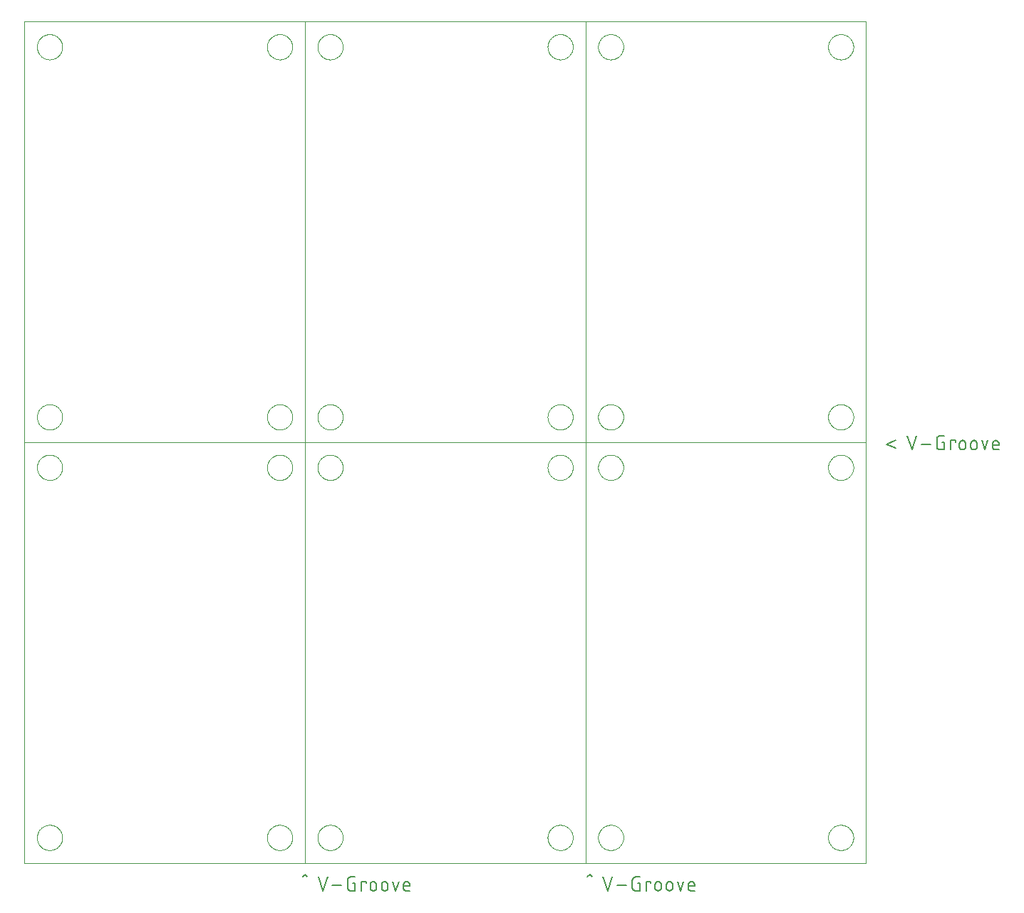
<source format=gbp>
G75*
%MOIN*%
%OFA0B0*%
%FSLAX25Y25*%
%IPPOS*%
%LPD*%
%AMOC8*
5,1,8,0,0,1.08239X$1,22.5*
%
%ADD10C,0.00600*%
%ADD11C,0.00004*%
D10*
X0131172Y0015608D02*
X0132239Y0016674D01*
X0133305Y0015608D01*
X0138516Y0015430D02*
X0140649Y0009030D01*
X0142782Y0015430D01*
X0145080Y0011519D02*
X0149347Y0011519D01*
X0152205Y0010452D02*
X0152205Y0014008D01*
X0152207Y0014082D01*
X0152213Y0014157D01*
X0152223Y0014230D01*
X0152236Y0014304D01*
X0152253Y0014376D01*
X0152275Y0014447D01*
X0152299Y0014518D01*
X0152328Y0014586D01*
X0152360Y0014654D01*
X0152396Y0014719D01*
X0152434Y0014782D01*
X0152477Y0014844D01*
X0152522Y0014903D01*
X0152570Y0014959D01*
X0152621Y0015014D01*
X0152675Y0015065D01*
X0152732Y0015113D01*
X0152791Y0015158D01*
X0152853Y0015201D01*
X0152916Y0015239D01*
X0152981Y0015275D01*
X0153049Y0015307D01*
X0153117Y0015336D01*
X0153188Y0015360D01*
X0153259Y0015382D01*
X0153331Y0015399D01*
X0153405Y0015412D01*
X0153478Y0015422D01*
X0153553Y0015428D01*
X0153627Y0015430D01*
X0155761Y0015430D01*
X0155761Y0012586D02*
X0155761Y0009030D01*
X0153627Y0009030D01*
X0153553Y0009032D01*
X0153478Y0009038D01*
X0153405Y0009048D01*
X0153331Y0009061D01*
X0153259Y0009078D01*
X0153188Y0009100D01*
X0153117Y0009124D01*
X0153049Y0009153D01*
X0152981Y0009185D01*
X0152916Y0009221D01*
X0152853Y0009259D01*
X0152791Y0009302D01*
X0152732Y0009347D01*
X0152675Y0009395D01*
X0152621Y0009446D01*
X0152570Y0009500D01*
X0152522Y0009557D01*
X0152477Y0009616D01*
X0152434Y0009678D01*
X0152396Y0009741D01*
X0152360Y0009806D01*
X0152328Y0009874D01*
X0152299Y0009942D01*
X0152275Y0010013D01*
X0152253Y0010084D01*
X0152236Y0010156D01*
X0152223Y0010230D01*
X0152213Y0010303D01*
X0152207Y0010378D01*
X0152205Y0010452D01*
X0154694Y0012586D02*
X0155761Y0012586D01*
X0158748Y0013297D02*
X0160881Y0013297D01*
X0160881Y0012586D01*
X0162817Y0011874D02*
X0162817Y0010452D01*
X0162818Y0010452D02*
X0162820Y0010378D01*
X0162826Y0010303D01*
X0162836Y0010230D01*
X0162849Y0010156D01*
X0162866Y0010084D01*
X0162888Y0010013D01*
X0162912Y0009942D01*
X0162941Y0009874D01*
X0162973Y0009806D01*
X0163009Y0009741D01*
X0163047Y0009678D01*
X0163090Y0009616D01*
X0163135Y0009557D01*
X0163183Y0009500D01*
X0163234Y0009446D01*
X0163288Y0009395D01*
X0163345Y0009347D01*
X0163404Y0009302D01*
X0163466Y0009259D01*
X0163529Y0009221D01*
X0163594Y0009185D01*
X0163662Y0009153D01*
X0163730Y0009124D01*
X0163801Y0009100D01*
X0163872Y0009078D01*
X0163944Y0009061D01*
X0164018Y0009048D01*
X0164091Y0009038D01*
X0164166Y0009032D01*
X0164240Y0009030D01*
X0164314Y0009032D01*
X0164389Y0009038D01*
X0164462Y0009048D01*
X0164536Y0009061D01*
X0164608Y0009078D01*
X0164679Y0009100D01*
X0164750Y0009124D01*
X0164818Y0009153D01*
X0164886Y0009185D01*
X0164951Y0009221D01*
X0165014Y0009259D01*
X0165076Y0009302D01*
X0165135Y0009347D01*
X0165192Y0009395D01*
X0165246Y0009446D01*
X0165297Y0009500D01*
X0165345Y0009557D01*
X0165390Y0009616D01*
X0165433Y0009678D01*
X0165471Y0009741D01*
X0165507Y0009806D01*
X0165539Y0009874D01*
X0165568Y0009942D01*
X0165592Y0010013D01*
X0165614Y0010084D01*
X0165631Y0010156D01*
X0165644Y0010230D01*
X0165654Y0010303D01*
X0165660Y0010378D01*
X0165662Y0010452D01*
X0165662Y0011874D01*
X0165660Y0011948D01*
X0165654Y0012023D01*
X0165644Y0012096D01*
X0165631Y0012170D01*
X0165614Y0012242D01*
X0165592Y0012313D01*
X0165568Y0012384D01*
X0165539Y0012452D01*
X0165507Y0012520D01*
X0165471Y0012585D01*
X0165433Y0012648D01*
X0165390Y0012710D01*
X0165345Y0012769D01*
X0165297Y0012826D01*
X0165246Y0012880D01*
X0165192Y0012931D01*
X0165135Y0012979D01*
X0165076Y0013024D01*
X0165014Y0013067D01*
X0164951Y0013105D01*
X0164886Y0013141D01*
X0164818Y0013173D01*
X0164750Y0013202D01*
X0164679Y0013226D01*
X0164608Y0013248D01*
X0164536Y0013265D01*
X0164462Y0013278D01*
X0164389Y0013288D01*
X0164314Y0013294D01*
X0164240Y0013296D01*
X0164166Y0013294D01*
X0164091Y0013288D01*
X0164018Y0013278D01*
X0163944Y0013265D01*
X0163872Y0013248D01*
X0163801Y0013226D01*
X0163730Y0013202D01*
X0163662Y0013173D01*
X0163594Y0013141D01*
X0163529Y0013105D01*
X0163466Y0013067D01*
X0163404Y0013024D01*
X0163345Y0012979D01*
X0163288Y0012931D01*
X0163234Y0012880D01*
X0163183Y0012826D01*
X0163135Y0012769D01*
X0163090Y0012710D01*
X0163047Y0012648D01*
X0163009Y0012585D01*
X0162973Y0012520D01*
X0162941Y0012452D01*
X0162912Y0012384D01*
X0162888Y0012313D01*
X0162866Y0012242D01*
X0162849Y0012170D01*
X0162836Y0012096D01*
X0162826Y0012023D01*
X0162820Y0011948D01*
X0162818Y0011874D01*
X0158748Y0013297D02*
X0158748Y0009030D01*
X0168151Y0010452D02*
X0168151Y0011874D01*
X0168153Y0011948D01*
X0168159Y0012023D01*
X0168169Y0012096D01*
X0168182Y0012170D01*
X0168199Y0012242D01*
X0168221Y0012313D01*
X0168245Y0012384D01*
X0168274Y0012452D01*
X0168306Y0012520D01*
X0168342Y0012585D01*
X0168380Y0012648D01*
X0168423Y0012710D01*
X0168468Y0012769D01*
X0168516Y0012826D01*
X0168567Y0012880D01*
X0168621Y0012931D01*
X0168678Y0012979D01*
X0168737Y0013024D01*
X0168799Y0013067D01*
X0168862Y0013105D01*
X0168927Y0013141D01*
X0168995Y0013173D01*
X0169063Y0013202D01*
X0169134Y0013226D01*
X0169205Y0013248D01*
X0169277Y0013265D01*
X0169351Y0013278D01*
X0169424Y0013288D01*
X0169499Y0013294D01*
X0169573Y0013296D01*
X0169647Y0013294D01*
X0169722Y0013288D01*
X0169795Y0013278D01*
X0169869Y0013265D01*
X0169941Y0013248D01*
X0170012Y0013226D01*
X0170083Y0013202D01*
X0170151Y0013173D01*
X0170219Y0013141D01*
X0170284Y0013105D01*
X0170347Y0013067D01*
X0170409Y0013024D01*
X0170468Y0012979D01*
X0170525Y0012931D01*
X0170579Y0012880D01*
X0170630Y0012826D01*
X0170678Y0012769D01*
X0170723Y0012710D01*
X0170766Y0012648D01*
X0170804Y0012585D01*
X0170840Y0012520D01*
X0170872Y0012452D01*
X0170901Y0012384D01*
X0170925Y0012313D01*
X0170947Y0012242D01*
X0170964Y0012170D01*
X0170977Y0012096D01*
X0170987Y0012023D01*
X0170993Y0011948D01*
X0170995Y0011874D01*
X0170995Y0010452D01*
X0170993Y0010378D01*
X0170987Y0010303D01*
X0170977Y0010230D01*
X0170964Y0010156D01*
X0170947Y0010084D01*
X0170925Y0010013D01*
X0170901Y0009942D01*
X0170872Y0009874D01*
X0170840Y0009806D01*
X0170804Y0009741D01*
X0170766Y0009678D01*
X0170723Y0009616D01*
X0170678Y0009557D01*
X0170630Y0009500D01*
X0170579Y0009446D01*
X0170525Y0009395D01*
X0170468Y0009347D01*
X0170409Y0009302D01*
X0170347Y0009259D01*
X0170284Y0009221D01*
X0170219Y0009185D01*
X0170151Y0009153D01*
X0170083Y0009124D01*
X0170012Y0009100D01*
X0169941Y0009078D01*
X0169869Y0009061D01*
X0169795Y0009048D01*
X0169722Y0009038D01*
X0169647Y0009032D01*
X0169573Y0009030D01*
X0169499Y0009032D01*
X0169424Y0009038D01*
X0169351Y0009048D01*
X0169277Y0009061D01*
X0169205Y0009078D01*
X0169134Y0009100D01*
X0169063Y0009124D01*
X0168995Y0009153D01*
X0168927Y0009185D01*
X0168862Y0009221D01*
X0168799Y0009259D01*
X0168737Y0009302D01*
X0168678Y0009347D01*
X0168621Y0009395D01*
X0168567Y0009446D01*
X0168516Y0009500D01*
X0168468Y0009557D01*
X0168423Y0009616D01*
X0168380Y0009678D01*
X0168342Y0009741D01*
X0168306Y0009806D01*
X0168274Y0009874D01*
X0168245Y0009942D01*
X0168221Y0010013D01*
X0168199Y0010084D01*
X0168182Y0010156D01*
X0168169Y0010230D01*
X0168159Y0010303D01*
X0168153Y0010378D01*
X0168151Y0010452D01*
X0173279Y0013297D02*
X0174701Y0009030D01*
X0176124Y0013297D01*
X0178408Y0011874D02*
X0178408Y0010097D01*
X0178407Y0010097D02*
X0178409Y0010033D01*
X0178415Y0009968D01*
X0178424Y0009905D01*
X0178438Y0009842D01*
X0178455Y0009780D01*
X0178476Y0009719D01*
X0178501Y0009659D01*
X0178529Y0009601D01*
X0178561Y0009545D01*
X0178596Y0009491D01*
X0178634Y0009439D01*
X0178675Y0009389D01*
X0178720Y0009343D01*
X0178766Y0009298D01*
X0178816Y0009257D01*
X0178868Y0009219D01*
X0178922Y0009184D01*
X0178978Y0009152D01*
X0179036Y0009124D01*
X0179096Y0009099D01*
X0179157Y0009078D01*
X0179219Y0009061D01*
X0179282Y0009047D01*
X0179345Y0009038D01*
X0179410Y0009032D01*
X0179474Y0009030D01*
X0181252Y0009030D01*
X0181252Y0011163D02*
X0178408Y0011163D01*
X0178408Y0011874D02*
X0178410Y0011948D01*
X0178416Y0012023D01*
X0178426Y0012096D01*
X0178439Y0012170D01*
X0178456Y0012242D01*
X0178478Y0012313D01*
X0178502Y0012384D01*
X0178531Y0012452D01*
X0178563Y0012520D01*
X0178599Y0012585D01*
X0178637Y0012648D01*
X0178680Y0012710D01*
X0178725Y0012769D01*
X0178773Y0012826D01*
X0178824Y0012880D01*
X0178878Y0012931D01*
X0178935Y0012979D01*
X0178994Y0013024D01*
X0179056Y0013067D01*
X0179119Y0013105D01*
X0179184Y0013141D01*
X0179252Y0013173D01*
X0179320Y0013202D01*
X0179391Y0013226D01*
X0179462Y0013248D01*
X0179534Y0013265D01*
X0179608Y0013278D01*
X0179681Y0013288D01*
X0179756Y0013294D01*
X0179830Y0013296D01*
X0179904Y0013294D01*
X0179979Y0013288D01*
X0180052Y0013278D01*
X0180126Y0013265D01*
X0180198Y0013248D01*
X0180269Y0013226D01*
X0180340Y0013202D01*
X0180408Y0013173D01*
X0180476Y0013141D01*
X0180541Y0013105D01*
X0180604Y0013067D01*
X0180666Y0013024D01*
X0180725Y0012979D01*
X0180782Y0012931D01*
X0180836Y0012880D01*
X0180887Y0012826D01*
X0180935Y0012769D01*
X0180980Y0012710D01*
X0181023Y0012648D01*
X0181061Y0012585D01*
X0181097Y0012520D01*
X0181129Y0012452D01*
X0181158Y0012384D01*
X0181182Y0012313D01*
X0181204Y0012242D01*
X0181221Y0012170D01*
X0181234Y0012096D01*
X0181244Y0012023D01*
X0181250Y0011948D01*
X0181252Y0011874D01*
X0181252Y0011163D01*
X0264372Y0015608D02*
X0265439Y0016674D01*
X0266505Y0015608D01*
X0271716Y0015430D02*
X0273849Y0009030D01*
X0275982Y0015430D01*
X0278280Y0011519D02*
X0282547Y0011519D01*
X0285405Y0010452D02*
X0285405Y0014008D01*
X0285407Y0014082D01*
X0285413Y0014157D01*
X0285423Y0014230D01*
X0285436Y0014304D01*
X0285453Y0014376D01*
X0285475Y0014447D01*
X0285499Y0014518D01*
X0285528Y0014586D01*
X0285560Y0014654D01*
X0285596Y0014719D01*
X0285634Y0014782D01*
X0285677Y0014844D01*
X0285722Y0014903D01*
X0285770Y0014959D01*
X0285821Y0015014D01*
X0285875Y0015065D01*
X0285932Y0015113D01*
X0285991Y0015158D01*
X0286053Y0015201D01*
X0286116Y0015239D01*
X0286181Y0015275D01*
X0286249Y0015307D01*
X0286317Y0015336D01*
X0286388Y0015360D01*
X0286459Y0015382D01*
X0286531Y0015399D01*
X0286605Y0015412D01*
X0286678Y0015422D01*
X0286753Y0015428D01*
X0286827Y0015430D01*
X0288961Y0015430D01*
X0288961Y0012586D02*
X0288961Y0009030D01*
X0286827Y0009030D01*
X0286753Y0009032D01*
X0286678Y0009038D01*
X0286605Y0009048D01*
X0286531Y0009061D01*
X0286459Y0009078D01*
X0286388Y0009100D01*
X0286317Y0009124D01*
X0286249Y0009153D01*
X0286181Y0009185D01*
X0286116Y0009221D01*
X0286053Y0009259D01*
X0285991Y0009302D01*
X0285932Y0009347D01*
X0285875Y0009395D01*
X0285821Y0009446D01*
X0285770Y0009500D01*
X0285722Y0009557D01*
X0285677Y0009616D01*
X0285634Y0009678D01*
X0285596Y0009741D01*
X0285560Y0009806D01*
X0285528Y0009874D01*
X0285499Y0009942D01*
X0285475Y0010013D01*
X0285453Y0010084D01*
X0285436Y0010156D01*
X0285423Y0010230D01*
X0285413Y0010303D01*
X0285407Y0010378D01*
X0285405Y0010452D01*
X0287894Y0012586D02*
X0288961Y0012586D01*
X0291948Y0013297D02*
X0294081Y0013297D01*
X0294081Y0012586D01*
X0296017Y0011874D02*
X0296017Y0010452D01*
X0296018Y0010452D02*
X0296020Y0010378D01*
X0296026Y0010303D01*
X0296036Y0010230D01*
X0296049Y0010156D01*
X0296066Y0010084D01*
X0296088Y0010013D01*
X0296112Y0009942D01*
X0296141Y0009874D01*
X0296173Y0009806D01*
X0296209Y0009741D01*
X0296247Y0009678D01*
X0296290Y0009616D01*
X0296335Y0009557D01*
X0296383Y0009500D01*
X0296434Y0009446D01*
X0296488Y0009395D01*
X0296545Y0009347D01*
X0296604Y0009302D01*
X0296666Y0009259D01*
X0296729Y0009221D01*
X0296794Y0009185D01*
X0296862Y0009153D01*
X0296930Y0009124D01*
X0297001Y0009100D01*
X0297072Y0009078D01*
X0297144Y0009061D01*
X0297218Y0009048D01*
X0297291Y0009038D01*
X0297366Y0009032D01*
X0297440Y0009030D01*
X0297514Y0009032D01*
X0297589Y0009038D01*
X0297662Y0009048D01*
X0297736Y0009061D01*
X0297808Y0009078D01*
X0297879Y0009100D01*
X0297950Y0009124D01*
X0298018Y0009153D01*
X0298086Y0009185D01*
X0298151Y0009221D01*
X0298214Y0009259D01*
X0298276Y0009302D01*
X0298335Y0009347D01*
X0298392Y0009395D01*
X0298446Y0009446D01*
X0298497Y0009500D01*
X0298545Y0009557D01*
X0298590Y0009616D01*
X0298633Y0009678D01*
X0298671Y0009741D01*
X0298707Y0009806D01*
X0298739Y0009874D01*
X0298768Y0009942D01*
X0298792Y0010013D01*
X0298814Y0010084D01*
X0298831Y0010156D01*
X0298844Y0010230D01*
X0298854Y0010303D01*
X0298860Y0010378D01*
X0298862Y0010452D01*
X0298862Y0011874D01*
X0298860Y0011948D01*
X0298854Y0012023D01*
X0298844Y0012096D01*
X0298831Y0012170D01*
X0298814Y0012242D01*
X0298792Y0012313D01*
X0298768Y0012384D01*
X0298739Y0012452D01*
X0298707Y0012520D01*
X0298671Y0012585D01*
X0298633Y0012648D01*
X0298590Y0012710D01*
X0298545Y0012769D01*
X0298497Y0012826D01*
X0298446Y0012880D01*
X0298392Y0012931D01*
X0298335Y0012979D01*
X0298276Y0013024D01*
X0298214Y0013067D01*
X0298151Y0013105D01*
X0298086Y0013141D01*
X0298018Y0013173D01*
X0297950Y0013202D01*
X0297879Y0013226D01*
X0297808Y0013248D01*
X0297736Y0013265D01*
X0297662Y0013278D01*
X0297589Y0013288D01*
X0297514Y0013294D01*
X0297440Y0013296D01*
X0297366Y0013294D01*
X0297291Y0013288D01*
X0297218Y0013278D01*
X0297144Y0013265D01*
X0297072Y0013248D01*
X0297001Y0013226D01*
X0296930Y0013202D01*
X0296862Y0013173D01*
X0296794Y0013141D01*
X0296729Y0013105D01*
X0296666Y0013067D01*
X0296604Y0013024D01*
X0296545Y0012979D01*
X0296488Y0012931D01*
X0296434Y0012880D01*
X0296383Y0012826D01*
X0296335Y0012769D01*
X0296290Y0012710D01*
X0296247Y0012648D01*
X0296209Y0012585D01*
X0296173Y0012520D01*
X0296141Y0012452D01*
X0296112Y0012384D01*
X0296088Y0012313D01*
X0296066Y0012242D01*
X0296049Y0012170D01*
X0296036Y0012096D01*
X0296026Y0012023D01*
X0296020Y0011948D01*
X0296018Y0011874D01*
X0291948Y0013297D02*
X0291948Y0009030D01*
X0301351Y0010452D02*
X0301351Y0011874D01*
X0301353Y0011948D01*
X0301359Y0012023D01*
X0301369Y0012096D01*
X0301382Y0012170D01*
X0301399Y0012242D01*
X0301421Y0012313D01*
X0301445Y0012384D01*
X0301474Y0012452D01*
X0301506Y0012520D01*
X0301542Y0012585D01*
X0301580Y0012648D01*
X0301623Y0012710D01*
X0301668Y0012769D01*
X0301716Y0012826D01*
X0301767Y0012880D01*
X0301821Y0012931D01*
X0301878Y0012979D01*
X0301937Y0013024D01*
X0301999Y0013067D01*
X0302062Y0013105D01*
X0302127Y0013141D01*
X0302195Y0013173D01*
X0302263Y0013202D01*
X0302334Y0013226D01*
X0302405Y0013248D01*
X0302477Y0013265D01*
X0302551Y0013278D01*
X0302624Y0013288D01*
X0302699Y0013294D01*
X0302773Y0013296D01*
X0302847Y0013294D01*
X0302922Y0013288D01*
X0302995Y0013278D01*
X0303069Y0013265D01*
X0303141Y0013248D01*
X0303212Y0013226D01*
X0303283Y0013202D01*
X0303351Y0013173D01*
X0303419Y0013141D01*
X0303484Y0013105D01*
X0303547Y0013067D01*
X0303609Y0013024D01*
X0303668Y0012979D01*
X0303725Y0012931D01*
X0303779Y0012880D01*
X0303830Y0012826D01*
X0303878Y0012769D01*
X0303923Y0012710D01*
X0303966Y0012648D01*
X0304004Y0012585D01*
X0304040Y0012520D01*
X0304072Y0012452D01*
X0304101Y0012384D01*
X0304125Y0012313D01*
X0304147Y0012242D01*
X0304164Y0012170D01*
X0304177Y0012096D01*
X0304187Y0012023D01*
X0304193Y0011948D01*
X0304195Y0011874D01*
X0304195Y0010452D01*
X0304193Y0010378D01*
X0304187Y0010303D01*
X0304177Y0010230D01*
X0304164Y0010156D01*
X0304147Y0010084D01*
X0304125Y0010013D01*
X0304101Y0009942D01*
X0304072Y0009874D01*
X0304040Y0009806D01*
X0304004Y0009741D01*
X0303966Y0009678D01*
X0303923Y0009616D01*
X0303878Y0009557D01*
X0303830Y0009500D01*
X0303779Y0009446D01*
X0303725Y0009395D01*
X0303668Y0009347D01*
X0303609Y0009302D01*
X0303547Y0009259D01*
X0303484Y0009221D01*
X0303419Y0009185D01*
X0303351Y0009153D01*
X0303283Y0009124D01*
X0303212Y0009100D01*
X0303141Y0009078D01*
X0303069Y0009061D01*
X0302995Y0009048D01*
X0302922Y0009038D01*
X0302847Y0009032D01*
X0302773Y0009030D01*
X0302699Y0009032D01*
X0302624Y0009038D01*
X0302551Y0009048D01*
X0302477Y0009061D01*
X0302405Y0009078D01*
X0302334Y0009100D01*
X0302263Y0009124D01*
X0302195Y0009153D01*
X0302127Y0009185D01*
X0302062Y0009221D01*
X0301999Y0009259D01*
X0301937Y0009302D01*
X0301878Y0009347D01*
X0301821Y0009395D01*
X0301767Y0009446D01*
X0301716Y0009500D01*
X0301668Y0009557D01*
X0301623Y0009616D01*
X0301580Y0009678D01*
X0301542Y0009741D01*
X0301506Y0009806D01*
X0301474Y0009874D01*
X0301445Y0009942D01*
X0301421Y0010013D01*
X0301399Y0010084D01*
X0301382Y0010156D01*
X0301369Y0010230D01*
X0301359Y0010303D01*
X0301353Y0010378D01*
X0301351Y0010452D01*
X0306479Y0013297D02*
X0307901Y0009030D01*
X0309324Y0013297D01*
X0311608Y0011874D02*
X0311608Y0010097D01*
X0311607Y0010097D02*
X0311609Y0010033D01*
X0311615Y0009968D01*
X0311624Y0009905D01*
X0311638Y0009842D01*
X0311655Y0009780D01*
X0311676Y0009719D01*
X0311701Y0009659D01*
X0311729Y0009601D01*
X0311761Y0009545D01*
X0311796Y0009491D01*
X0311834Y0009439D01*
X0311875Y0009389D01*
X0311920Y0009343D01*
X0311966Y0009298D01*
X0312016Y0009257D01*
X0312068Y0009219D01*
X0312122Y0009184D01*
X0312178Y0009152D01*
X0312236Y0009124D01*
X0312296Y0009099D01*
X0312357Y0009078D01*
X0312419Y0009061D01*
X0312482Y0009047D01*
X0312545Y0009038D01*
X0312610Y0009032D01*
X0312674Y0009030D01*
X0314452Y0009030D01*
X0314452Y0011163D02*
X0311608Y0011163D01*
X0311608Y0011874D02*
X0311610Y0011948D01*
X0311616Y0012023D01*
X0311626Y0012096D01*
X0311639Y0012170D01*
X0311656Y0012242D01*
X0311678Y0012313D01*
X0311702Y0012384D01*
X0311731Y0012452D01*
X0311763Y0012520D01*
X0311799Y0012585D01*
X0311837Y0012648D01*
X0311880Y0012710D01*
X0311925Y0012769D01*
X0311973Y0012826D01*
X0312024Y0012880D01*
X0312078Y0012931D01*
X0312135Y0012979D01*
X0312194Y0013024D01*
X0312256Y0013067D01*
X0312319Y0013105D01*
X0312384Y0013141D01*
X0312452Y0013173D01*
X0312520Y0013202D01*
X0312591Y0013226D01*
X0312662Y0013248D01*
X0312734Y0013265D01*
X0312808Y0013278D01*
X0312881Y0013288D01*
X0312956Y0013294D01*
X0313030Y0013296D01*
X0313104Y0013294D01*
X0313179Y0013288D01*
X0313252Y0013278D01*
X0313326Y0013265D01*
X0313398Y0013248D01*
X0313469Y0013226D01*
X0313540Y0013202D01*
X0313608Y0013173D01*
X0313676Y0013141D01*
X0313741Y0013105D01*
X0313804Y0013067D01*
X0313866Y0013024D01*
X0313925Y0012979D01*
X0313982Y0012931D01*
X0314036Y0012880D01*
X0314087Y0012826D01*
X0314135Y0012769D01*
X0314180Y0012710D01*
X0314223Y0012648D01*
X0314261Y0012585D01*
X0314297Y0012520D01*
X0314329Y0012452D01*
X0314358Y0012384D01*
X0314382Y0012313D01*
X0314404Y0012242D01*
X0314421Y0012170D01*
X0314434Y0012096D01*
X0314444Y0012023D01*
X0314450Y0011948D01*
X0314452Y0011874D01*
X0314452Y0011163D01*
X0404232Y0217979D02*
X0408499Y0216201D01*
X0408499Y0219757D02*
X0404232Y0217979D01*
X0414078Y0221890D02*
X0416212Y0215490D01*
X0418345Y0221890D01*
X0420643Y0217979D02*
X0424909Y0217979D01*
X0427768Y0216912D02*
X0427768Y0220468D01*
X0427770Y0220542D01*
X0427776Y0220617D01*
X0427786Y0220690D01*
X0427799Y0220764D01*
X0427816Y0220836D01*
X0427838Y0220907D01*
X0427862Y0220978D01*
X0427891Y0221046D01*
X0427923Y0221114D01*
X0427959Y0221179D01*
X0427997Y0221242D01*
X0428040Y0221304D01*
X0428085Y0221363D01*
X0428133Y0221419D01*
X0428184Y0221474D01*
X0428238Y0221525D01*
X0428295Y0221573D01*
X0428354Y0221618D01*
X0428416Y0221661D01*
X0428479Y0221699D01*
X0428544Y0221735D01*
X0428612Y0221767D01*
X0428680Y0221796D01*
X0428751Y0221820D01*
X0428822Y0221842D01*
X0428894Y0221859D01*
X0428968Y0221872D01*
X0429041Y0221882D01*
X0429116Y0221888D01*
X0429190Y0221890D01*
X0431323Y0221890D01*
X0431323Y0219046D02*
X0431323Y0215490D01*
X0429190Y0215490D01*
X0429116Y0215492D01*
X0429041Y0215498D01*
X0428968Y0215508D01*
X0428894Y0215521D01*
X0428822Y0215538D01*
X0428751Y0215560D01*
X0428680Y0215584D01*
X0428612Y0215613D01*
X0428544Y0215645D01*
X0428479Y0215681D01*
X0428416Y0215719D01*
X0428354Y0215762D01*
X0428295Y0215807D01*
X0428238Y0215855D01*
X0428184Y0215906D01*
X0428133Y0215960D01*
X0428085Y0216017D01*
X0428040Y0216076D01*
X0427997Y0216138D01*
X0427959Y0216201D01*
X0427923Y0216266D01*
X0427891Y0216334D01*
X0427862Y0216402D01*
X0427838Y0216473D01*
X0427816Y0216544D01*
X0427799Y0216616D01*
X0427786Y0216690D01*
X0427776Y0216763D01*
X0427770Y0216838D01*
X0427768Y0216912D01*
X0430257Y0219046D02*
X0431323Y0219046D01*
X0434311Y0219757D02*
X0434311Y0215490D01*
X0436444Y0219046D02*
X0436444Y0219757D01*
X0434311Y0219757D01*
X0438380Y0218334D02*
X0438380Y0216912D01*
X0438382Y0216838D01*
X0438388Y0216763D01*
X0438398Y0216690D01*
X0438411Y0216616D01*
X0438428Y0216544D01*
X0438450Y0216473D01*
X0438474Y0216402D01*
X0438503Y0216334D01*
X0438535Y0216266D01*
X0438571Y0216201D01*
X0438609Y0216138D01*
X0438652Y0216076D01*
X0438697Y0216017D01*
X0438745Y0215960D01*
X0438796Y0215906D01*
X0438850Y0215855D01*
X0438907Y0215807D01*
X0438966Y0215762D01*
X0439028Y0215719D01*
X0439091Y0215681D01*
X0439156Y0215645D01*
X0439224Y0215613D01*
X0439292Y0215584D01*
X0439363Y0215560D01*
X0439434Y0215538D01*
X0439506Y0215521D01*
X0439580Y0215508D01*
X0439653Y0215498D01*
X0439728Y0215492D01*
X0439802Y0215490D01*
X0439876Y0215492D01*
X0439951Y0215498D01*
X0440024Y0215508D01*
X0440098Y0215521D01*
X0440170Y0215538D01*
X0440241Y0215560D01*
X0440312Y0215584D01*
X0440380Y0215613D01*
X0440448Y0215645D01*
X0440513Y0215681D01*
X0440576Y0215719D01*
X0440638Y0215762D01*
X0440697Y0215807D01*
X0440754Y0215855D01*
X0440808Y0215906D01*
X0440859Y0215960D01*
X0440907Y0216017D01*
X0440952Y0216076D01*
X0440995Y0216138D01*
X0441033Y0216201D01*
X0441069Y0216266D01*
X0441101Y0216334D01*
X0441130Y0216402D01*
X0441154Y0216473D01*
X0441176Y0216544D01*
X0441193Y0216616D01*
X0441206Y0216690D01*
X0441216Y0216763D01*
X0441222Y0216838D01*
X0441224Y0216912D01*
X0441224Y0218334D01*
X0441222Y0218408D01*
X0441216Y0218483D01*
X0441206Y0218556D01*
X0441193Y0218630D01*
X0441176Y0218702D01*
X0441154Y0218773D01*
X0441130Y0218844D01*
X0441101Y0218912D01*
X0441069Y0218980D01*
X0441033Y0219045D01*
X0440995Y0219108D01*
X0440952Y0219170D01*
X0440907Y0219229D01*
X0440859Y0219286D01*
X0440808Y0219340D01*
X0440754Y0219391D01*
X0440697Y0219439D01*
X0440638Y0219484D01*
X0440576Y0219527D01*
X0440513Y0219565D01*
X0440448Y0219601D01*
X0440380Y0219633D01*
X0440312Y0219662D01*
X0440241Y0219686D01*
X0440170Y0219708D01*
X0440098Y0219725D01*
X0440024Y0219738D01*
X0439951Y0219748D01*
X0439876Y0219754D01*
X0439802Y0219756D01*
X0439728Y0219754D01*
X0439653Y0219748D01*
X0439580Y0219738D01*
X0439506Y0219725D01*
X0439434Y0219708D01*
X0439363Y0219686D01*
X0439292Y0219662D01*
X0439224Y0219633D01*
X0439156Y0219601D01*
X0439091Y0219565D01*
X0439028Y0219527D01*
X0438966Y0219484D01*
X0438907Y0219439D01*
X0438850Y0219391D01*
X0438796Y0219340D01*
X0438745Y0219286D01*
X0438697Y0219229D01*
X0438652Y0219170D01*
X0438609Y0219108D01*
X0438571Y0219045D01*
X0438535Y0218980D01*
X0438503Y0218912D01*
X0438474Y0218844D01*
X0438450Y0218773D01*
X0438428Y0218702D01*
X0438411Y0218630D01*
X0438398Y0218556D01*
X0438388Y0218483D01*
X0438382Y0218408D01*
X0438380Y0218334D01*
X0443713Y0218334D02*
X0443713Y0216912D01*
X0443714Y0216912D02*
X0443716Y0216838D01*
X0443722Y0216763D01*
X0443732Y0216690D01*
X0443745Y0216616D01*
X0443762Y0216544D01*
X0443784Y0216473D01*
X0443808Y0216402D01*
X0443837Y0216334D01*
X0443869Y0216266D01*
X0443905Y0216201D01*
X0443943Y0216138D01*
X0443986Y0216076D01*
X0444031Y0216017D01*
X0444079Y0215960D01*
X0444130Y0215906D01*
X0444184Y0215855D01*
X0444241Y0215807D01*
X0444300Y0215762D01*
X0444362Y0215719D01*
X0444425Y0215681D01*
X0444490Y0215645D01*
X0444558Y0215613D01*
X0444626Y0215584D01*
X0444697Y0215560D01*
X0444768Y0215538D01*
X0444840Y0215521D01*
X0444914Y0215508D01*
X0444987Y0215498D01*
X0445062Y0215492D01*
X0445136Y0215490D01*
X0445210Y0215492D01*
X0445285Y0215498D01*
X0445358Y0215508D01*
X0445432Y0215521D01*
X0445504Y0215538D01*
X0445575Y0215560D01*
X0445646Y0215584D01*
X0445714Y0215613D01*
X0445782Y0215645D01*
X0445847Y0215681D01*
X0445910Y0215719D01*
X0445972Y0215762D01*
X0446031Y0215807D01*
X0446088Y0215855D01*
X0446142Y0215906D01*
X0446193Y0215960D01*
X0446241Y0216017D01*
X0446286Y0216076D01*
X0446329Y0216138D01*
X0446367Y0216201D01*
X0446403Y0216266D01*
X0446435Y0216334D01*
X0446464Y0216402D01*
X0446488Y0216473D01*
X0446510Y0216544D01*
X0446527Y0216616D01*
X0446540Y0216690D01*
X0446550Y0216763D01*
X0446556Y0216838D01*
X0446558Y0216912D01*
X0446558Y0218334D01*
X0446556Y0218408D01*
X0446550Y0218483D01*
X0446540Y0218556D01*
X0446527Y0218630D01*
X0446510Y0218702D01*
X0446488Y0218773D01*
X0446464Y0218844D01*
X0446435Y0218912D01*
X0446403Y0218980D01*
X0446367Y0219045D01*
X0446329Y0219108D01*
X0446286Y0219170D01*
X0446241Y0219229D01*
X0446193Y0219286D01*
X0446142Y0219340D01*
X0446088Y0219391D01*
X0446031Y0219439D01*
X0445972Y0219484D01*
X0445910Y0219527D01*
X0445847Y0219565D01*
X0445782Y0219601D01*
X0445714Y0219633D01*
X0445646Y0219662D01*
X0445575Y0219686D01*
X0445504Y0219708D01*
X0445432Y0219725D01*
X0445358Y0219738D01*
X0445285Y0219748D01*
X0445210Y0219754D01*
X0445136Y0219756D01*
X0445062Y0219754D01*
X0444987Y0219748D01*
X0444914Y0219738D01*
X0444840Y0219725D01*
X0444768Y0219708D01*
X0444697Y0219686D01*
X0444626Y0219662D01*
X0444558Y0219633D01*
X0444490Y0219601D01*
X0444425Y0219565D01*
X0444362Y0219527D01*
X0444300Y0219484D01*
X0444241Y0219439D01*
X0444184Y0219391D01*
X0444130Y0219340D01*
X0444079Y0219286D01*
X0444031Y0219229D01*
X0443986Y0219170D01*
X0443943Y0219108D01*
X0443905Y0219045D01*
X0443869Y0218980D01*
X0443837Y0218912D01*
X0443808Y0218844D01*
X0443784Y0218773D01*
X0443762Y0218702D01*
X0443745Y0218630D01*
X0443732Y0218556D01*
X0443722Y0218483D01*
X0443716Y0218408D01*
X0443714Y0218334D01*
X0448842Y0219757D02*
X0450264Y0215490D01*
X0451686Y0219757D01*
X0453970Y0218334D02*
X0453970Y0216557D01*
X0453970Y0217623D02*
X0456815Y0217623D01*
X0456815Y0218334D01*
X0456814Y0218334D02*
X0456812Y0218408D01*
X0456806Y0218483D01*
X0456796Y0218556D01*
X0456783Y0218630D01*
X0456766Y0218702D01*
X0456744Y0218773D01*
X0456720Y0218844D01*
X0456691Y0218912D01*
X0456659Y0218980D01*
X0456623Y0219045D01*
X0456585Y0219108D01*
X0456542Y0219170D01*
X0456497Y0219229D01*
X0456449Y0219286D01*
X0456398Y0219340D01*
X0456344Y0219391D01*
X0456287Y0219439D01*
X0456228Y0219484D01*
X0456166Y0219527D01*
X0456103Y0219565D01*
X0456038Y0219601D01*
X0455970Y0219633D01*
X0455902Y0219662D01*
X0455831Y0219686D01*
X0455760Y0219708D01*
X0455688Y0219725D01*
X0455614Y0219738D01*
X0455541Y0219748D01*
X0455466Y0219754D01*
X0455392Y0219756D01*
X0455318Y0219754D01*
X0455243Y0219748D01*
X0455170Y0219738D01*
X0455096Y0219725D01*
X0455024Y0219708D01*
X0454953Y0219686D01*
X0454882Y0219662D01*
X0454814Y0219633D01*
X0454746Y0219601D01*
X0454681Y0219565D01*
X0454618Y0219527D01*
X0454556Y0219484D01*
X0454497Y0219439D01*
X0454440Y0219391D01*
X0454386Y0219340D01*
X0454335Y0219286D01*
X0454287Y0219229D01*
X0454242Y0219170D01*
X0454199Y0219108D01*
X0454161Y0219045D01*
X0454125Y0218980D01*
X0454093Y0218912D01*
X0454064Y0218844D01*
X0454040Y0218773D01*
X0454018Y0218702D01*
X0454001Y0218630D01*
X0453988Y0218556D01*
X0453978Y0218483D01*
X0453972Y0218408D01*
X0453970Y0218334D01*
X0453970Y0216557D02*
X0453972Y0216493D01*
X0453978Y0216428D01*
X0453987Y0216365D01*
X0454001Y0216302D01*
X0454018Y0216240D01*
X0454039Y0216179D01*
X0454064Y0216119D01*
X0454092Y0216061D01*
X0454124Y0216005D01*
X0454159Y0215951D01*
X0454197Y0215899D01*
X0454238Y0215849D01*
X0454283Y0215803D01*
X0454329Y0215758D01*
X0454379Y0215717D01*
X0454431Y0215679D01*
X0454485Y0215644D01*
X0454541Y0215612D01*
X0454599Y0215584D01*
X0454659Y0215559D01*
X0454720Y0215538D01*
X0454782Y0215521D01*
X0454845Y0215507D01*
X0454908Y0215498D01*
X0454973Y0215492D01*
X0455037Y0215490D01*
X0456815Y0215490D01*
D11*
X0394703Y0022050D02*
X0001002Y0022050D01*
X0001002Y0415751D01*
X0394703Y0415751D01*
X0394703Y0022050D01*
X0387086Y0029703D02*
X0386939Y0029560D01*
X0386787Y0029422D01*
X0386631Y0029290D01*
X0386470Y0029163D01*
X0386305Y0029042D01*
X0386135Y0028926D01*
X0385962Y0028816D01*
X0385785Y0028713D01*
X0385605Y0028616D01*
X0385421Y0028525D01*
X0385234Y0028440D01*
X0385045Y0028362D01*
X0384853Y0028291D01*
X0384658Y0028226D01*
X0384461Y0028168D01*
X0384263Y0028117D01*
X0384063Y0028073D01*
X0383861Y0028036D01*
X0383658Y0028005D01*
X0383455Y0027982D01*
X0383250Y0027966D01*
X0383045Y0027958D01*
X0382840Y0027956D01*
X0382636Y0027961D01*
X0382431Y0027973D01*
X0382227Y0027993D01*
X0382024Y0028020D01*
X0381821Y0028053D01*
X0381621Y0028094D01*
X0381421Y0028142D01*
X0381223Y0028196D01*
X0381028Y0028257D01*
X0380835Y0028325D01*
X0380644Y0028400D01*
X0380455Y0028481D01*
X0380270Y0028569D01*
X0380088Y0028663D01*
X0379909Y0028764D01*
X0379734Y0028870D01*
X0379563Y0028983D01*
X0379396Y0029102D01*
X0379233Y0029226D01*
X0379074Y0029356D01*
X0378920Y0029491D01*
X0378771Y0029631D01*
X0378626Y0029777D01*
X0378487Y0029927D01*
X0378353Y0030083D01*
X0378225Y0030242D01*
X0378102Y0030406D01*
X0377985Y0030575D01*
X0377874Y0030747D01*
X0377769Y0030923D01*
X0377670Y0031103D01*
X0377577Y0031286D01*
X0377491Y0031472D01*
X0377412Y0031660D01*
X0377338Y0031852D01*
X0377272Y0032046D01*
X0377212Y0032242D01*
X0377160Y0032440D01*
X0377114Y0032640D01*
X0377075Y0032841D01*
X0377043Y0033044D01*
X0377018Y0033247D01*
X0377000Y0033451D01*
X0376990Y0033656D01*
X0376986Y0033861D01*
X0376990Y0034066D01*
X0377000Y0034271D01*
X0377018Y0034475D01*
X0377043Y0034678D01*
X0377075Y0034881D01*
X0377114Y0035082D01*
X0377160Y0035282D01*
X0377212Y0035480D01*
X0377272Y0035676D01*
X0377338Y0035870D01*
X0377412Y0036062D01*
X0377491Y0036251D01*
X0377577Y0036436D01*
X0377670Y0036619D01*
X0377769Y0036799D01*
X0377874Y0036975D01*
X0377985Y0037147D01*
X0378102Y0037316D01*
X0378225Y0037480D01*
X0378353Y0037640D01*
X0378487Y0037795D01*
X0378626Y0037945D01*
X0378771Y0038091D01*
X0378920Y0038231D01*
X0379074Y0038367D01*
X0379233Y0038496D01*
X0379396Y0038621D01*
X0379563Y0038739D01*
X0379734Y0038852D01*
X0379909Y0038958D01*
X0380088Y0039059D01*
X0380270Y0039153D01*
X0380455Y0039241D01*
X0380644Y0039322D01*
X0380835Y0039397D01*
X0381028Y0039465D01*
X0381223Y0039526D01*
X0381421Y0039581D01*
X0381621Y0039628D01*
X0381821Y0039669D01*
X0382024Y0039702D01*
X0382227Y0039729D01*
X0382431Y0039749D01*
X0382636Y0039761D01*
X0382840Y0039766D01*
X0383045Y0039765D01*
X0383250Y0039756D01*
X0383455Y0039740D01*
X0383658Y0039717D01*
X0383861Y0039686D01*
X0384063Y0039649D01*
X0384263Y0039605D01*
X0384461Y0039554D01*
X0384658Y0039496D01*
X0384853Y0039431D01*
X0385045Y0039360D01*
X0385234Y0039282D01*
X0385421Y0039197D01*
X0385605Y0039106D01*
X0385785Y0039009D01*
X0385962Y0038906D01*
X0386135Y0038796D01*
X0386305Y0038681D01*
X0386470Y0038559D01*
X0386631Y0038432D01*
X0386787Y0038300D01*
X0386939Y0038162D01*
X0387086Y0038019D01*
X0387227Y0037871D01*
X0387364Y0037718D01*
X0387495Y0037560D01*
X0387621Y0037398D01*
X0387741Y0037232D01*
X0387855Y0037062D01*
X0387963Y0036887D01*
X0388065Y0036710D01*
X0388161Y0036528D01*
X0388250Y0036344D01*
X0388333Y0036156D01*
X0388409Y0035966D01*
X0388479Y0035773D01*
X0388542Y0035578D01*
X0388598Y0035381D01*
X0388648Y0035182D01*
X0388690Y0034982D01*
X0388725Y0034780D01*
X0388754Y0034577D01*
X0388775Y0034373D01*
X0388789Y0034168D01*
X0388796Y0033964D01*
X0388796Y0033759D01*
X0388789Y0033554D01*
X0388775Y0033349D01*
X0388754Y0033145D01*
X0388725Y0032942D01*
X0388690Y0032740D01*
X0388648Y0032540D01*
X0388598Y0032341D01*
X0388542Y0032144D01*
X0388479Y0031949D01*
X0388409Y0031756D01*
X0388333Y0031566D01*
X0388250Y0031378D01*
X0388161Y0031194D01*
X0388065Y0031012D01*
X0387963Y0030835D01*
X0387855Y0030660D01*
X0387741Y0030490D01*
X0387621Y0030324D01*
X0387495Y0030162D01*
X0387364Y0030004D01*
X0387227Y0029851D01*
X0387086Y0029703D01*
X0281182Y0033656D02*
X0281186Y0033861D01*
X0281182Y0034066D01*
X0281171Y0034271D01*
X0281154Y0034475D01*
X0281129Y0034678D01*
X0281097Y0034881D01*
X0281058Y0035082D01*
X0281012Y0035282D01*
X0280959Y0035480D01*
X0280900Y0035676D01*
X0280833Y0035870D01*
X0280760Y0036062D01*
X0280681Y0036251D01*
X0280594Y0036436D01*
X0280502Y0036619D01*
X0280403Y0036799D01*
X0280298Y0036975D01*
X0280187Y0037147D01*
X0280070Y0037316D01*
X0279947Y0037480D01*
X0279819Y0037640D01*
X0279685Y0037795D01*
X0279546Y0037945D01*
X0279401Y0038091D01*
X0279252Y0038231D01*
X0279098Y0038367D01*
X0278939Y0038496D01*
X0278776Y0038621D01*
X0278609Y0038739D01*
X0278438Y0038852D01*
X0278262Y0038958D01*
X0278084Y0039059D01*
X0277902Y0039153D01*
X0277716Y0039241D01*
X0277528Y0039322D01*
X0277337Y0039397D01*
X0277144Y0039465D01*
X0276948Y0039526D01*
X0276751Y0039581D01*
X0276551Y0039628D01*
X0276351Y0039669D01*
X0276148Y0039702D01*
X0275945Y0039729D01*
X0275741Y0039749D01*
X0275536Y0039761D01*
X0275331Y0039766D01*
X0275126Y0039765D01*
X0274922Y0039756D01*
X0274717Y0039740D01*
X0274514Y0039717D01*
X0274311Y0039686D01*
X0274109Y0039649D01*
X0273909Y0039605D01*
X0273711Y0039554D01*
X0273514Y0039496D01*
X0273319Y0039431D01*
X0273127Y0039360D01*
X0272938Y0039282D01*
X0272751Y0039197D01*
X0272567Y0039106D01*
X0272387Y0039009D01*
X0272210Y0038906D01*
X0272037Y0038796D01*
X0271867Y0038681D01*
X0271702Y0038559D01*
X0271541Y0038432D01*
X0271385Y0038300D01*
X0271233Y0038162D01*
X0271086Y0038019D01*
X0270944Y0037871D01*
X0270808Y0037718D01*
X0270677Y0037560D01*
X0270551Y0037398D01*
X0270431Y0037232D01*
X0270317Y0037062D01*
X0270209Y0036887D01*
X0270107Y0036710D01*
X0270011Y0036528D01*
X0269922Y0036344D01*
X0269839Y0036156D01*
X0269763Y0035966D01*
X0269693Y0035773D01*
X0269630Y0035578D01*
X0269574Y0035381D01*
X0269524Y0035182D01*
X0269482Y0034982D01*
X0269447Y0034780D01*
X0269418Y0034577D01*
X0269397Y0034373D01*
X0269383Y0034168D01*
X0269376Y0033964D01*
X0269376Y0033759D01*
X0269383Y0033554D01*
X0269397Y0033349D01*
X0269418Y0033145D01*
X0269447Y0032942D01*
X0269482Y0032740D01*
X0269524Y0032540D01*
X0269574Y0032341D01*
X0269630Y0032144D01*
X0269693Y0031949D01*
X0269763Y0031756D01*
X0269839Y0031566D01*
X0269922Y0031378D01*
X0270011Y0031194D01*
X0270107Y0031012D01*
X0270209Y0030835D01*
X0270317Y0030660D01*
X0270431Y0030490D01*
X0270551Y0030324D01*
X0270677Y0030162D01*
X0270808Y0030004D01*
X0270944Y0029851D01*
X0271086Y0029703D01*
X0271233Y0029560D01*
X0271385Y0029422D01*
X0271541Y0029290D01*
X0271702Y0029163D01*
X0271867Y0029042D01*
X0272037Y0028926D01*
X0272210Y0028816D01*
X0272387Y0028713D01*
X0272567Y0028616D01*
X0272751Y0028525D01*
X0272938Y0028440D01*
X0273127Y0028362D01*
X0273319Y0028291D01*
X0273514Y0028226D01*
X0273711Y0028168D01*
X0273909Y0028117D01*
X0274109Y0028073D01*
X0274311Y0028036D01*
X0274514Y0028005D01*
X0274717Y0027982D01*
X0274922Y0027966D01*
X0275126Y0027958D01*
X0275331Y0027956D01*
X0275536Y0027961D01*
X0275741Y0027973D01*
X0275945Y0027993D01*
X0276148Y0028020D01*
X0276351Y0028053D01*
X0276551Y0028094D01*
X0276751Y0028142D01*
X0276948Y0028196D01*
X0277144Y0028257D01*
X0277337Y0028325D01*
X0277528Y0028400D01*
X0277716Y0028481D01*
X0277902Y0028569D01*
X0278084Y0028663D01*
X0278262Y0028764D01*
X0278438Y0028870D01*
X0278609Y0028983D01*
X0278776Y0029102D01*
X0278939Y0029226D01*
X0279098Y0029356D01*
X0279252Y0029491D01*
X0279401Y0029631D01*
X0279546Y0029777D01*
X0279685Y0029927D01*
X0279819Y0030083D01*
X0279947Y0030242D01*
X0280070Y0030406D01*
X0280187Y0030575D01*
X0280298Y0030747D01*
X0280403Y0030923D01*
X0280502Y0031103D01*
X0280594Y0031286D01*
X0280681Y0031472D01*
X0280760Y0031660D01*
X0280833Y0031852D01*
X0280900Y0032046D01*
X0280959Y0032242D01*
X0281012Y0032440D01*
X0281058Y0032640D01*
X0281097Y0032841D01*
X0281129Y0033044D01*
X0281154Y0033247D01*
X0281171Y0033451D01*
X0281182Y0033656D01*
X0263469Y0022050D02*
X0263469Y0415751D01*
X0271086Y0408097D02*
X0271233Y0408240D01*
X0271385Y0408378D01*
X0271541Y0408511D01*
X0271702Y0408638D01*
X0271867Y0408759D01*
X0272037Y0408875D01*
X0272210Y0408984D01*
X0272387Y0409088D01*
X0272567Y0409185D01*
X0272751Y0409276D01*
X0272938Y0409361D01*
X0273127Y0409439D01*
X0273319Y0409510D01*
X0273514Y0409575D01*
X0273711Y0409633D01*
X0273909Y0409684D01*
X0274109Y0409728D01*
X0274311Y0409765D01*
X0274514Y0409795D01*
X0274717Y0409818D01*
X0274922Y0409834D01*
X0275126Y0409843D01*
X0275331Y0409845D01*
X0275536Y0409840D01*
X0275741Y0409827D01*
X0275945Y0409808D01*
X0276148Y0409781D01*
X0276351Y0409747D01*
X0276551Y0409707D01*
X0276751Y0409659D01*
X0276948Y0409605D01*
X0277144Y0409543D01*
X0277337Y0409475D01*
X0277528Y0409401D01*
X0277716Y0409319D01*
X0277902Y0409232D01*
X0278084Y0409137D01*
X0278262Y0409037D01*
X0278438Y0408930D01*
X0278609Y0408818D01*
X0278776Y0408699D01*
X0278939Y0408575D01*
X0279098Y0408445D01*
X0279252Y0408310D01*
X0279401Y0408170D01*
X0279546Y0408024D01*
X0279685Y0407873D01*
X0279819Y0407718D01*
X0279947Y0407558D01*
X0280070Y0407394D01*
X0280187Y0407226D01*
X0280298Y0407054D01*
X0280403Y0406878D01*
X0280502Y0406698D01*
X0280594Y0406515D01*
X0280681Y0406329D01*
X0280760Y0406140D01*
X0280833Y0405949D01*
X0280900Y0405755D01*
X0280959Y0405559D01*
X0281012Y0405361D01*
X0281058Y0405161D01*
X0281097Y0404960D01*
X0281129Y0404757D01*
X0281154Y0404554D01*
X0281171Y0404349D01*
X0281182Y0404145D01*
X0281186Y0403940D01*
X0281182Y0403735D01*
X0281171Y0403530D01*
X0281154Y0403326D01*
X0281129Y0403122D01*
X0281097Y0402920D01*
X0281058Y0402719D01*
X0281012Y0402519D01*
X0280959Y0402321D01*
X0280900Y0402125D01*
X0280833Y0401931D01*
X0280760Y0401739D01*
X0280681Y0401550D01*
X0280594Y0401364D01*
X0280502Y0401181D01*
X0280403Y0401002D01*
X0280298Y0400826D01*
X0280187Y0400654D01*
X0280070Y0400485D01*
X0279947Y0400321D01*
X0279819Y0400161D01*
X0279685Y0400006D01*
X0279546Y0399856D01*
X0279401Y0399710D01*
X0279252Y0399569D01*
X0279098Y0399434D01*
X0278939Y0399304D01*
X0278776Y0399180D01*
X0278609Y0399062D01*
X0278438Y0398949D01*
X0278262Y0398843D01*
X0278084Y0398742D01*
X0277902Y0398648D01*
X0277716Y0398560D01*
X0277528Y0398479D01*
X0277337Y0398404D01*
X0277144Y0398336D01*
X0276948Y0398275D01*
X0276751Y0398220D01*
X0276551Y0398173D01*
X0276351Y0398132D01*
X0276148Y0398098D01*
X0275945Y0398072D01*
X0275741Y0398052D01*
X0275536Y0398040D01*
X0275331Y0398034D01*
X0275126Y0398036D01*
X0274922Y0398045D01*
X0274717Y0398061D01*
X0274514Y0398084D01*
X0274311Y0398114D01*
X0274109Y0398152D01*
X0273909Y0398196D01*
X0273711Y0398247D01*
X0273514Y0398305D01*
X0273319Y0398369D01*
X0273127Y0398441D01*
X0272938Y0398519D01*
X0272751Y0398603D01*
X0272567Y0398694D01*
X0272387Y0398792D01*
X0272210Y0398895D01*
X0272037Y0399005D01*
X0271867Y0399120D01*
X0271702Y0399242D01*
X0271541Y0399369D01*
X0271385Y0399501D01*
X0271233Y0399639D01*
X0271086Y0399782D01*
X0270944Y0399930D01*
X0270808Y0400083D01*
X0270677Y0400241D01*
X0270551Y0400403D01*
X0270431Y0400569D01*
X0270317Y0400739D01*
X0270209Y0400913D01*
X0270107Y0401091D01*
X0270011Y0401272D01*
X0269922Y0401457D01*
X0269839Y0401644D01*
X0269763Y0401835D01*
X0269693Y0402027D01*
X0269630Y0402222D01*
X0269574Y0402420D01*
X0269524Y0402619D01*
X0269482Y0402819D01*
X0269447Y0403021D01*
X0269418Y0403224D01*
X0269397Y0403428D01*
X0269383Y0403632D01*
X0269376Y0403837D01*
X0269376Y0404042D01*
X0269383Y0404247D01*
X0269397Y0404452D01*
X0269418Y0404656D01*
X0269447Y0404859D01*
X0269482Y0405060D01*
X0269524Y0405261D01*
X0269574Y0405460D01*
X0269630Y0405657D01*
X0269693Y0405852D01*
X0269763Y0406045D01*
X0269839Y0406235D01*
X0269922Y0406423D01*
X0270011Y0406607D01*
X0270107Y0406788D01*
X0270209Y0406966D01*
X0270317Y0407140D01*
X0270431Y0407311D01*
X0270551Y0407477D01*
X0270677Y0407639D01*
X0270808Y0407796D01*
X0270944Y0407949D01*
X0271086Y0408097D01*
X0257414Y0405261D02*
X0257365Y0405460D01*
X0257308Y0405657D01*
X0257245Y0405852D01*
X0257176Y0406045D01*
X0257099Y0406235D01*
X0257016Y0406423D01*
X0256927Y0406607D01*
X0256831Y0406788D01*
X0256729Y0406966D01*
X0256621Y0407140D01*
X0256507Y0407311D01*
X0256387Y0407477D01*
X0256262Y0407639D01*
X0256130Y0407796D01*
X0255994Y0407949D01*
X0255852Y0408097D01*
X0255705Y0408240D01*
X0255554Y0408378D01*
X0255397Y0408511D01*
X0255236Y0408638D01*
X0255071Y0408759D01*
X0254902Y0408875D01*
X0254728Y0408984D01*
X0254552Y0409088D01*
X0254371Y0409185D01*
X0254187Y0409276D01*
X0254001Y0409361D01*
X0253811Y0409439D01*
X0253619Y0409510D01*
X0253424Y0409575D01*
X0253228Y0409633D01*
X0253029Y0409684D01*
X0252829Y0409728D01*
X0252627Y0409765D01*
X0252425Y0409795D01*
X0252221Y0409818D01*
X0252017Y0409834D01*
X0251812Y0409843D01*
X0251607Y0409845D01*
X0251402Y0409840D01*
X0251197Y0409827D01*
X0250993Y0409808D01*
X0250790Y0409781D01*
X0250588Y0409747D01*
X0250387Y0409707D01*
X0250188Y0409659D01*
X0249990Y0409605D01*
X0249794Y0409543D01*
X0249601Y0409475D01*
X0249410Y0409401D01*
X0249222Y0409319D01*
X0249037Y0409232D01*
X0248855Y0409137D01*
X0248676Y0409037D01*
X0248501Y0408930D01*
X0248329Y0408818D01*
X0248162Y0408699D01*
X0247999Y0408575D01*
X0247840Y0408445D01*
X0247686Y0408310D01*
X0247537Y0408170D01*
X0247393Y0408024D01*
X0247254Y0407873D01*
X0247120Y0407718D01*
X0246991Y0407558D01*
X0246868Y0407394D01*
X0246751Y0407226D01*
X0246640Y0407054D01*
X0246535Y0406878D01*
X0246436Y0406698D01*
X0246344Y0406515D01*
X0246258Y0406329D01*
X0246178Y0406140D01*
X0246105Y0405949D01*
X0246039Y0405755D01*
X0245979Y0405559D01*
X0245926Y0405361D01*
X0245880Y0405161D01*
X0245841Y0404960D01*
X0245809Y0404757D01*
X0245785Y0404554D01*
X0245767Y0404349D01*
X0245756Y0404145D01*
X0245753Y0403940D01*
X0245756Y0403735D01*
X0245767Y0403530D01*
X0245785Y0403326D01*
X0245809Y0403122D01*
X0245841Y0402920D01*
X0245880Y0402719D01*
X0245926Y0402519D01*
X0245979Y0402321D01*
X0246039Y0402125D01*
X0246105Y0401931D01*
X0246178Y0401739D01*
X0246258Y0401550D01*
X0246344Y0401364D01*
X0246436Y0401181D01*
X0246535Y0401002D01*
X0246640Y0400826D01*
X0246751Y0400654D01*
X0246868Y0400485D01*
X0246991Y0400321D01*
X0247120Y0400161D01*
X0247254Y0400006D01*
X0247393Y0399856D01*
X0247537Y0399710D01*
X0247686Y0399569D01*
X0247840Y0399434D01*
X0247999Y0399304D01*
X0248162Y0399180D01*
X0248329Y0399062D01*
X0248501Y0398949D01*
X0248676Y0398843D01*
X0248855Y0398742D01*
X0249037Y0398648D01*
X0249222Y0398560D01*
X0249410Y0398479D01*
X0249601Y0398404D01*
X0249794Y0398336D01*
X0249990Y0398275D01*
X0250188Y0398220D01*
X0250387Y0398173D01*
X0250588Y0398132D01*
X0250790Y0398098D01*
X0250993Y0398072D01*
X0251197Y0398052D01*
X0251402Y0398040D01*
X0251607Y0398034D01*
X0251812Y0398036D01*
X0252017Y0398045D01*
X0252221Y0398061D01*
X0252425Y0398084D01*
X0252627Y0398114D01*
X0252829Y0398152D01*
X0253029Y0398196D01*
X0253228Y0398247D01*
X0253424Y0398305D01*
X0253619Y0398369D01*
X0253811Y0398441D01*
X0254001Y0398519D01*
X0254187Y0398603D01*
X0254371Y0398694D01*
X0254552Y0398792D01*
X0254728Y0398895D01*
X0254902Y0399005D01*
X0255071Y0399120D01*
X0255236Y0399242D01*
X0255397Y0399369D01*
X0255554Y0399501D01*
X0255705Y0399639D01*
X0255852Y0399782D01*
X0255994Y0399930D01*
X0256130Y0400083D01*
X0256262Y0400241D01*
X0256387Y0400403D01*
X0256507Y0400569D01*
X0256621Y0400739D01*
X0256729Y0400913D01*
X0256831Y0401091D01*
X0256927Y0401272D01*
X0257016Y0401457D01*
X0257099Y0401644D01*
X0257176Y0401835D01*
X0257245Y0402027D01*
X0257308Y0402222D01*
X0257365Y0402420D01*
X0257414Y0402619D01*
X0257456Y0402819D01*
X0257492Y0403021D01*
X0257520Y0403224D01*
X0257541Y0403428D01*
X0257556Y0403632D01*
X0257563Y0403837D01*
X0257563Y0404042D01*
X0257556Y0404247D01*
X0257541Y0404452D01*
X0257520Y0404656D01*
X0257492Y0404859D01*
X0257456Y0405060D01*
X0257414Y0405261D01*
X0149949Y0404145D02*
X0149952Y0403940D01*
X0149949Y0403735D01*
X0149938Y0403530D01*
X0149920Y0403326D01*
X0149895Y0403122D01*
X0149863Y0402920D01*
X0149824Y0402719D01*
X0149779Y0402519D01*
X0149726Y0402321D01*
X0149666Y0402125D01*
X0149600Y0401931D01*
X0149527Y0401739D01*
X0149447Y0401550D01*
X0149361Y0401364D01*
X0149268Y0401181D01*
X0149169Y0401002D01*
X0149064Y0400826D01*
X0148953Y0400654D01*
X0148836Y0400485D01*
X0148714Y0400321D01*
X0148585Y0400161D01*
X0148451Y0400006D01*
X0148312Y0399856D01*
X0148168Y0399710D01*
X0148018Y0399569D01*
X0147864Y0399434D01*
X0147706Y0399304D01*
X0147543Y0399180D01*
X0147375Y0399062D01*
X0147204Y0398949D01*
X0147029Y0398843D01*
X0146850Y0398742D01*
X0146668Y0398648D01*
X0146483Y0398560D01*
X0146295Y0398479D01*
X0146104Y0398404D01*
X0145910Y0398336D01*
X0145715Y0398275D01*
X0145517Y0398220D01*
X0145318Y0398173D01*
X0145117Y0398132D01*
X0144915Y0398098D01*
X0144711Y0398072D01*
X0144507Y0398052D01*
X0144303Y0398040D01*
X0144098Y0398034D01*
X0143893Y0398036D01*
X0143688Y0398045D01*
X0143484Y0398061D01*
X0143280Y0398084D01*
X0143077Y0398114D01*
X0142876Y0398152D01*
X0142675Y0398196D01*
X0142477Y0398247D01*
X0142280Y0398305D01*
X0142086Y0398369D01*
X0141894Y0398441D01*
X0141704Y0398519D01*
X0141517Y0398603D01*
X0141334Y0398694D01*
X0141153Y0398792D01*
X0140976Y0398895D01*
X0140803Y0399005D01*
X0140634Y0399120D01*
X0140469Y0399242D01*
X0140308Y0399369D01*
X0140151Y0399501D01*
X0139999Y0399639D01*
X0139853Y0399782D01*
X0139711Y0399930D01*
X0139574Y0400083D01*
X0139443Y0400241D01*
X0139318Y0400403D01*
X0139198Y0400569D01*
X0139084Y0400739D01*
X0138976Y0400913D01*
X0138874Y0401091D01*
X0138778Y0401272D01*
X0138688Y0401457D01*
X0138605Y0401644D01*
X0138529Y0401835D01*
X0138459Y0402027D01*
X0138396Y0402222D01*
X0138340Y0402420D01*
X0138291Y0402619D01*
X0138248Y0402819D01*
X0138213Y0403021D01*
X0138185Y0403224D01*
X0138163Y0403428D01*
X0138149Y0403632D01*
X0138142Y0403837D01*
X0138142Y0404042D01*
X0138149Y0404247D01*
X0138163Y0404452D01*
X0138185Y0404656D01*
X0138213Y0404859D01*
X0138248Y0405060D01*
X0138291Y0405261D01*
X0138340Y0405460D01*
X0138396Y0405657D01*
X0138459Y0405852D01*
X0138529Y0406045D01*
X0138605Y0406235D01*
X0138688Y0406423D01*
X0138778Y0406607D01*
X0138874Y0406788D01*
X0138976Y0406966D01*
X0139084Y0407140D01*
X0139198Y0407311D01*
X0139318Y0407477D01*
X0139443Y0407639D01*
X0139574Y0407796D01*
X0139711Y0407949D01*
X0139853Y0408097D01*
X0139999Y0408240D01*
X0140151Y0408378D01*
X0140308Y0408511D01*
X0140469Y0408638D01*
X0140634Y0408759D01*
X0140803Y0408875D01*
X0140976Y0408984D01*
X0141153Y0409088D01*
X0141334Y0409185D01*
X0141517Y0409276D01*
X0141704Y0409361D01*
X0141894Y0409439D01*
X0142086Y0409510D01*
X0142280Y0409575D01*
X0142477Y0409633D01*
X0142675Y0409684D01*
X0142876Y0409728D01*
X0143077Y0409765D01*
X0143280Y0409795D01*
X0143484Y0409818D01*
X0143688Y0409834D01*
X0143893Y0409843D01*
X0144098Y0409845D01*
X0144303Y0409840D01*
X0144507Y0409827D01*
X0144711Y0409808D01*
X0144915Y0409781D01*
X0145117Y0409747D01*
X0145318Y0409707D01*
X0145517Y0409659D01*
X0145715Y0409605D01*
X0145910Y0409543D01*
X0146104Y0409475D01*
X0146295Y0409401D01*
X0146483Y0409319D01*
X0146668Y0409232D01*
X0146850Y0409137D01*
X0147029Y0409037D01*
X0147204Y0408930D01*
X0147375Y0408818D01*
X0147543Y0408699D01*
X0147706Y0408575D01*
X0147864Y0408445D01*
X0148018Y0408310D01*
X0148168Y0408170D01*
X0148312Y0408024D01*
X0148451Y0407873D01*
X0148585Y0407718D01*
X0148714Y0407558D01*
X0148836Y0407394D01*
X0148953Y0407226D01*
X0149064Y0407054D01*
X0149169Y0406878D01*
X0149268Y0406698D01*
X0149361Y0406515D01*
X0149447Y0406329D01*
X0149527Y0406140D01*
X0149600Y0405949D01*
X0149666Y0405755D01*
X0149726Y0405559D01*
X0149779Y0405361D01*
X0149824Y0405161D01*
X0149863Y0404960D01*
X0149895Y0404757D01*
X0149920Y0404554D01*
X0149938Y0404349D01*
X0149949Y0404145D01*
X0132236Y0415751D02*
X0132236Y0218900D01*
X0394703Y0218900D01*
X0387086Y0211247D02*
X0386939Y0211390D01*
X0386787Y0211528D01*
X0386631Y0211660D01*
X0386470Y0211787D01*
X0386305Y0211909D01*
X0386135Y0212024D01*
X0385962Y0212134D01*
X0385785Y0212238D01*
X0385605Y0212335D01*
X0385421Y0212426D01*
X0385234Y0212510D01*
X0385045Y0212588D01*
X0384853Y0212660D01*
X0384658Y0212725D01*
X0384461Y0212782D01*
X0384263Y0212834D01*
X0384063Y0212878D01*
X0383861Y0212915D01*
X0383658Y0212945D01*
X0383455Y0212968D01*
X0383250Y0212984D01*
X0383045Y0212993D01*
X0382840Y0212995D01*
X0382636Y0212989D01*
X0382431Y0212977D01*
X0382227Y0212957D01*
X0382024Y0212931D01*
X0381821Y0212897D01*
X0381621Y0212856D01*
X0381421Y0212809D01*
X0381223Y0212754D01*
X0381028Y0212693D01*
X0380835Y0212625D01*
X0380644Y0212550D01*
X0380455Y0212469D01*
X0380270Y0212381D01*
X0380088Y0212287D01*
X0379909Y0212187D01*
X0379734Y0212080D01*
X0379563Y0211967D01*
X0379396Y0211849D01*
X0379233Y0211725D01*
X0379074Y0211595D01*
X0378920Y0211460D01*
X0378771Y0211319D01*
X0378626Y0211174D01*
X0378487Y0211023D01*
X0378353Y0210868D01*
X0378225Y0210708D01*
X0378102Y0210544D01*
X0377985Y0210376D01*
X0377874Y0210203D01*
X0377769Y0210027D01*
X0377670Y0209848D01*
X0377577Y0209665D01*
X0377491Y0209479D01*
X0377412Y0209290D01*
X0377338Y0209098D01*
X0377272Y0208905D01*
X0377212Y0208708D01*
X0377160Y0208510D01*
X0377114Y0208311D01*
X0377075Y0208109D01*
X0377043Y0207907D01*
X0377018Y0207703D01*
X0377000Y0207499D01*
X0376990Y0207294D01*
X0376986Y0207089D01*
X0376990Y0206884D01*
X0377000Y0206680D01*
X0377018Y0206475D01*
X0377043Y0206272D01*
X0377075Y0206069D01*
X0377114Y0205868D01*
X0377160Y0205668D01*
X0377212Y0205470D01*
X0377272Y0205274D01*
X0377338Y0205080D01*
X0377412Y0204889D01*
X0377491Y0204700D01*
X0377577Y0204514D01*
X0377670Y0204331D01*
X0377769Y0204151D01*
X0377874Y0203975D01*
X0377985Y0203803D01*
X0378102Y0203635D01*
X0378225Y0203471D01*
X0378353Y0203311D01*
X0378487Y0203156D01*
X0378626Y0203005D01*
X0378771Y0202860D01*
X0378920Y0202719D01*
X0379074Y0202584D01*
X0379233Y0202454D01*
X0379396Y0202330D01*
X0379563Y0202211D01*
X0379734Y0202099D01*
X0379909Y0201992D01*
X0380088Y0201892D01*
X0380270Y0201798D01*
X0380455Y0201710D01*
X0380644Y0201629D01*
X0380835Y0201554D01*
X0381028Y0201486D01*
X0381223Y0201424D01*
X0381421Y0201370D01*
X0381621Y0201322D01*
X0381821Y0201282D01*
X0382024Y0201248D01*
X0382227Y0201221D01*
X0382431Y0201202D01*
X0382636Y0201189D01*
X0382840Y0201184D01*
X0383045Y0201186D01*
X0383250Y0201195D01*
X0383455Y0201211D01*
X0383658Y0201234D01*
X0383861Y0201264D01*
X0384063Y0201301D01*
X0384263Y0201345D01*
X0384461Y0201396D01*
X0384658Y0201454D01*
X0384853Y0201519D01*
X0385045Y0201590D01*
X0385234Y0201668D01*
X0385421Y0201753D01*
X0385605Y0201844D01*
X0385785Y0201941D01*
X0385962Y0202045D01*
X0386135Y0202154D01*
X0386305Y0202270D01*
X0386470Y0202391D01*
X0386631Y0202518D01*
X0386787Y0202651D01*
X0386939Y0202789D01*
X0387086Y0202932D01*
X0387227Y0203080D01*
X0387364Y0203233D01*
X0387495Y0203390D01*
X0387621Y0203552D01*
X0387741Y0203718D01*
X0387855Y0203889D01*
X0387963Y0204063D01*
X0388065Y0204241D01*
X0388161Y0204422D01*
X0388250Y0204606D01*
X0388333Y0204794D01*
X0388409Y0204984D01*
X0388479Y0205177D01*
X0388542Y0205372D01*
X0388598Y0205569D01*
X0388648Y0205768D01*
X0388690Y0205969D01*
X0388725Y0206171D01*
X0388754Y0206374D01*
X0388775Y0206578D01*
X0388789Y0206782D01*
X0388796Y0206987D01*
X0388796Y0207192D01*
X0388789Y0207397D01*
X0388775Y0207601D01*
X0388754Y0207805D01*
X0388725Y0208008D01*
X0388690Y0208210D01*
X0388648Y0208411D01*
X0388598Y0208610D01*
X0388542Y0208807D01*
X0388479Y0209002D01*
X0388409Y0209195D01*
X0388333Y0209385D01*
X0388250Y0209572D01*
X0388161Y0209757D01*
X0388065Y0209938D01*
X0387963Y0210116D01*
X0387855Y0210290D01*
X0387741Y0210460D01*
X0387621Y0210627D01*
X0387495Y0210789D01*
X0387364Y0210946D01*
X0387227Y0211099D01*
X0387086Y0211247D01*
X0384063Y0224923D02*
X0383861Y0224886D01*
X0383658Y0224856D01*
X0383455Y0224833D01*
X0383250Y0224817D01*
X0383045Y0224808D01*
X0382840Y0224806D01*
X0382636Y0224811D01*
X0382431Y0224824D01*
X0382227Y0224843D01*
X0382024Y0224870D01*
X0381821Y0224904D01*
X0381621Y0224944D01*
X0381421Y0224992D01*
X0381223Y0225046D01*
X0381028Y0225108D01*
X0380835Y0225176D01*
X0380644Y0225251D01*
X0380455Y0225332D01*
X0380270Y0225420D01*
X0380088Y0225514D01*
X0379909Y0225614D01*
X0379734Y0225721D01*
X0379563Y0225833D01*
X0379396Y0225952D01*
X0379233Y0226076D01*
X0379074Y0226206D01*
X0378920Y0226341D01*
X0378771Y0226482D01*
X0378626Y0226627D01*
X0378487Y0226778D01*
X0378353Y0226933D01*
X0378225Y0227093D01*
X0378102Y0227257D01*
X0377985Y0227425D01*
X0377874Y0227597D01*
X0377769Y0227773D01*
X0377670Y0227953D01*
X0377577Y0228136D01*
X0377491Y0228322D01*
X0377412Y0228511D01*
X0377338Y0228702D01*
X0377272Y0228896D01*
X0377212Y0229092D01*
X0377160Y0229290D01*
X0377114Y0229490D01*
X0377075Y0229692D01*
X0377043Y0229894D01*
X0377018Y0230098D01*
X0377000Y0230302D01*
X0376990Y0230506D01*
X0376986Y0230711D01*
X0376990Y0230916D01*
X0377000Y0231121D01*
X0377018Y0231325D01*
X0377043Y0231529D01*
X0377075Y0231731D01*
X0377114Y0231933D01*
X0377160Y0232132D01*
X0377212Y0232330D01*
X0377272Y0232527D01*
X0377338Y0232721D01*
X0377412Y0232912D01*
X0377491Y0233101D01*
X0377577Y0233287D01*
X0377670Y0233470D01*
X0377769Y0233649D01*
X0377874Y0233825D01*
X0377985Y0233998D01*
X0378102Y0234166D01*
X0378225Y0234330D01*
X0378353Y0234490D01*
X0378487Y0234645D01*
X0378626Y0234796D01*
X0378771Y0234941D01*
X0378920Y0235082D01*
X0379074Y0235217D01*
X0379233Y0235347D01*
X0379396Y0235471D01*
X0379563Y0235589D01*
X0379734Y0235702D01*
X0379909Y0235809D01*
X0380088Y0235909D01*
X0380270Y0236003D01*
X0380455Y0236091D01*
X0380644Y0236172D01*
X0380835Y0236247D01*
X0381028Y0236315D01*
X0381223Y0236376D01*
X0381421Y0236431D01*
X0381621Y0236478D01*
X0381821Y0236519D01*
X0382024Y0236553D01*
X0382227Y0236579D01*
X0382431Y0236599D01*
X0382636Y0236611D01*
X0382840Y0236617D01*
X0383045Y0236615D01*
X0383250Y0236606D01*
X0383455Y0236590D01*
X0383658Y0236567D01*
X0383861Y0236537D01*
X0384063Y0236500D01*
X0384263Y0236456D01*
X0384461Y0236404D01*
X0384658Y0236347D01*
X0384853Y0236282D01*
X0385045Y0236210D01*
X0385234Y0236132D01*
X0385421Y0236048D01*
X0385605Y0235957D01*
X0385785Y0235860D01*
X0385962Y0235756D01*
X0386135Y0235646D01*
X0386305Y0235531D01*
X0386470Y0235410D01*
X0386631Y0235283D01*
X0386787Y0235150D01*
X0386939Y0235012D01*
X0387086Y0234869D01*
X0387227Y0234721D01*
X0387364Y0234568D01*
X0387495Y0234411D01*
X0387621Y0234249D01*
X0387741Y0234082D01*
X0387855Y0233912D01*
X0387963Y0233738D01*
X0388065Y0233560D01*
X0388161Y0233379D01*
X0388250Y0233194D01*
X0388333Y0233007D01*
X0388409Y0232817D01*
X0388479Y0232624D01*
X0388542Y0232429D01*
X0388598Y0232232D01*
X0388648Y0232033D01*
X0388690Y0231832D01*
X0388725Y0231630D01*
X0388754Y0231427D01*
X0388775Y0231223D01*
X0388789Y0231019D01*
X0388796Y0230814D01*
X0388796Y0230609D01*
X0388789Y0230404D01*
X0388775Y0230200D01*
X0388754Y0229996D01*
X0388725Y0229793D01*
X0388690Y0229591D01*
X0388648Y0229390D01*
X0388598Y0229191D01*
X0388542Y0228994D01*
X0388479Y0228799D01*
X0388409Y0228606D01*
X0388333Y0228416D01*
X0388250Y0228229D01*
X0388161Y0228044D01*
X0388065Y0227863D01*
X0387963Y0227685D01*
X0387855Y0227511D01*
X0387741Y0227341D01*
X0387621Y0227174D01*
X0387495Y0227012D01*
X0387364Y0226855D01*
X0387227Y0226702D01*
X0387086Y0226554D01*
X0386939Y0226411D01*
X0386787Y0226273D01*
X0386631Y0226140D01*
X0386470Y0226013D01*
X0386305Y0225892D01*
X0386135Y0225776D01*
X0385962Y0225667D01*
X0385785Y0225563D01*
X0385605Y0225466D01*
X0385421Y0225375D01*
X0385234Y0225290D01*
X0385045Y0225212D01*
X0384853Y0225141D01*
X0384658Y0225076D01*
X0384461Y0225018D01*
X0384263Y0224967D01*
X0384063Y0224923D01*
X0281171Y0230302D02*
X0281182Y0230506D01*
X0281186Y0230711D01*
X0281182Y0230916D01*
X0281171Y0231121D01*
X0281154Y0231325D01*
X0281129Y0231529D01*
X0281097Y0231731D01*
X0281058Y0231933D01*
X0281012Y0232132D01*
X0280959Y0232330D01*
X0280900Y0232527D01*
X0280833Y0232721D01*
X0280760Y0232912D01*
X0280681Y0233101D01*
X0280594Y0233287D01*
X0280502Y0233470D01*
X0280403Y0233649D01*
X0280298Y0233825D01*
X0280187Y0233998D01*
X0280070Y0234166D01*
X0279947Y0234330D01*
X0279819Y0234490D01*
X0279685Y0234645D01*
X0279546Y0234796D01*
X0279401Y0234941D01*
X0279252Y0235082D01*
X0279098Y0235217D01*
X0278939Y0235347D01*
X0278776Y0235471D01*
X0278609Y0235589D01*
X0278438Y0235702D01*
X0278262Y0235809D01*
X0278084Y0235909D01*
X0277902Y0236003D01*
X0277716Y0236091D01*
X0277528Y0236172D01*
X0277337Y0236247D01*
X0277144Y0236315D01*
X0276948Y0236376D01*
X0276751Y0236431D01*
X0276551Y0236478D01*
X0276351Y0236519D01*
X0276148Y0236553D01*
X0275945Y0236579D01*
X0275741Y0236599D01*
X0275536Y0236611D01*
X0275331Y0236617D01*
X0275126Y0236615D01*
X0274922Y0236606D01*
X0274717Y0236590D01*
X0274514Y0236567D01*
X0274311Y0236537D01*
X0274109Y0236500D01*
X0273909Y0236456D01*
X0273711Y0236404D01*
X0273514Y0236347D01*
X0273319Y0236282D01*
X0273127Y0236210D01*
X0272938Y0236132D01*
X0272751Y0236048D01*
X0272567Y0235957D01*
X0272387Y0235860D01*
X0272210Y0235756D01*
X0272037Y0235646D01*
X0271867Y0235531D01*
X0271702Y0235410D01*
X0271541Y0235283D01*
X0271385Y0235150D01*
X0271233Y0235012D01*
X0271086Y0234869D01*
X0270944Y0234721D01*
X0270808Y0234568D01*
X0270677Y0234411D01*
X0270551Y0234249D01*
X0270431Y0234082D01*
X0270317Y0233912D01*
X0270209Y0233738D01*
X0270107Y0233560D01*
X0270011Y0233379D01*
X0269922Y0233194D01*
X0269839Y0233007D01*
X0269763Y0232817D01*
X0269693Y0232624D01*
X0269630Y0232429D01*
X0269574Y0232232D01*
X0269524Y0232033D01*
X0269482Y0231832D01*
X0269447Y0231630D01*
X0269418Y0231427D01*
X0269397Y0231223D01*
X0269383Y0231019D01*
X0269376Y0230814D01*
X0269376Y0230609D01*
X0269383Y0230404D01*
X0269397Y0230200D01*
X0269418Y0229996D01*
X0269447Y0229793D01*
X0269482Y0229591D01*
X0269524Y0229390D01*
X0269574Y0229191D01*
X0269630Y0228994D01*
X0269693Y0228799D01*
X0269763Y0228606D01*
X0269839Y0228416D01*
X0269922Y0228229D01*
X0270011Y0228044D01*
X0270107Y0227863D01*
X0270209Y0227685D01*
X0270317Y0227511D01*
X0270431Y0227341D01*
X0270551Y0227174D01*
X0270677Y0227012D01*
X0270808Y0226855D01*
X0270944Y0226702D01*
X0271086Y0226554D01*
X0271233Y0226411D01*
X0271385Y0226273D01*
X0271541Y0226140D01*
X0271702Y0226013D01*
X0271867Y0225892D01*
X0272037Y0225776D01*
X0272210Y0225667D01*
X0272387Y0225563D01*
X0272567Y0225466D01*
X0272751Y0225375D01*
X0272938Y0225290D01*
X0273127Y0225212D01*
X0273319Y0225141D01*
X0273514Y0225076D01*
X0273711Y0225018D01*
X0273909Y0224967D01*
X0274109Y0224923D01*
X0274311Y0224886D01*
X0274514Y0224856D01*
X0274717Y0224833D01*
X0274922Y0224817D01*
X0275126Y0224808D01*
X0275331Y0224806D01*
X0275536Y0224811D01*
X0275741Y0224824D01*
X0275945Y0224843D01*
X0276148Y0224870D01*
X0276351Y0224904D01*
X0276551Y0224944D01*
X0276751Y0224992D01*
X0276948Y0225046D01*
X0277144Y0225108D01*
X0277337Y0225176D01*
X0277528Y0225251D01*
X0277716Y0225332D01*
X0277902Y0225420D01*
X0278084Y0225514D01*
X0278262Y0225614D01*
X0278438Y0225721D01*
X0278609Y0225833D01*
X0278776Y0225952D01*
X0278939Y0226076D01*
X0279098Y0226206D01*
X0279252Y0226341D01*
X0279401Y0226482D01*
X0279546Y0226627D01*
X0279685Y0226778D01*
X0279819Y0226933D01*
X0279947Y0227093D01*
X0280070Y0227257D01*
X0280187Y0227425D01*
X0280298Y0227597D01*
X0280403Y0227773D01*
X0280502Y0227953D01*
X0280594Y0228136D01*
X0280681Y0228322D01*
X0280760Y0228511D01*
X0280833Y0228702D01*
X0280900Y0228896D01*
X0280959Y0229092D01*
X0281012Y0229290D01*
X0281058Y0229490D01*
X0281097Y0229692D01*
X0281129Y0229894D01*
X0281154Y0230098D01*
X0281171Y0230302D01*
X0276751Y0212809D02*
X0276948Y0212754D01*
X0277144Y0212693D01*
X0277337Y0212625D01*
X0277528Y0212550D01*
X0277716Y0212469D01*
X0277902Y0212381D01*
X0278084Y0212287D01*
X0278262Y0212187D01*
X0278438Y0212080D01*
X0278609Y0211967D01*
X0278776Y0211849D01*
X0278939Y0211725D01*
X0279098Y0211595D01*
X0279252Y0211460D01*
X0279401Y0211319D01*
X0279546Y0211174D01*
X0279685Y0211023D01*
X0279819Y0210868D01*
X0279947Y0210708D01*
X0280070Y0210544D01*
X0280187Y0210376D01*
X0280298Y0210203D01*
X0280403Y0210027D01*
X0280502Y0209848D01*
X0280594Y0209665D01*
X0280681Y0209479D01*
X0280760Y0209290D01*
X0280833Y0209098D01*
X0280900Y0208905D01*
X0280959Y0208708D01*
X0281012Y0208510D01*
X0281058Y0208311D01*
X0281097Y0208109D01*
X0281129Y0207907D01*
X0281154Y0207703D01*
X0281171Y0207499D01*
X0281182Y0207294D01*
X0281186Y0207089D01*
X0281182Y0206884D01*
X0281171Y0206680D01*
X0281154Y0206475D01*
X0281129Y0206272D01*
X0281097Y0206069D01*
X0281058Y0205868D01*
X0281012Y0205668D01*
X0280959Y0205470D01*
X0280900Y0205274D01*
X0280833Y0205080D01*
X0280760Y0204889D01*
X0280681Y0204700D01*
X0280594Y0204514D01*
X0280502Y0204331D01*
X0280403Y0204151D01*
X0280298Y0203975D01*
X0280187Y0203803D01*
X0280070Y0203635D01*
X0279947Y0203471D01*
X0279819Y0203311D01*
X0279685Y0203156D01*
X0279546Y0203005D01*
X0279401Y0202860D01*
X0279252Y0202719D01*
X0279098Y0202584D01*
X0278939Y0202454D01*
X0278776Y0202330D01*
X0278609Y0202211D01*
X0278438Y0202099D01*
X0278262Y0201992D01*
X0278084Y0201892D01*
X0277902Y0201798D01*
X0277716Y0201710D01*
X0277528Y0201629D01*
X0277337Y0201554D01*
X0277144Y0201486D01*
X0276948Y0201424D01*
X0276751Y0201370D01*
X0276551Y0201322D01*
X0276351Y0201282D01*
X0276148Y0201248D01*
X0275945Y0201221D01*
X0275741Y0201202D01*
X0275536Y0201189D01*
X0275331Y0201184D01*
X0275126Y0201186D01*
X0274922Y0201195D01*
X0274717Y0201211D01*
X0274514Y0201234D01*
X0274311Y0201264D01*
X0274109Y0201301D01*
X0273909Y0201345D01*
X0273711Y0201396D01*
X0273514Y0201454D01*
X0273319Y0201519D01*
X0273127Y0201590D01*
X0272938Y0201668D01*
X0272751Y0201753D01*
X0272567Y0201844D01*
X0272387Y0201941D01*
X0272210Y0202045D01*
X0272037Y0202154D01*
X0271867Y0202270D01*
X0271702Y0202391D01*
X0271541Y0202518D01*
X0271385Y0202651D01*
X0271233Y0202789D01*
X0271086Y0202932D01*
X0270944Y0203080D01*
X0270808Y0203233D01*
X0270677Y0203390D01*
X0270551Y0203552D01*
X0270431Y0203718D01*
X0270317Y0203889D01*
X0270209Y0204063D01*
X0270107Y0204241D01*
X0270011Y0204422D01*
X0269922Y0204606D01*
X0269839Y0204794D01*
X0269763Y0204984D01*
X0269693Y0205177D01*
X0269630Y0205372D01*
X0269574Y0205569D01*
X0269524Y0205768D01*
X0269482Y0205969D01*
X0269447Y0206171D01*
X0269418Y0206374D01*
X0269397Y0206578D01*
X0269383Y0206782D01*
X0269376Y0206987D01*
X0269376Y0207192D01*
X0269383Y0207397D01*
X0269397Y0207601D01*
X0269418Y0207805D01*
X0269447Y0208008D01*
X0269482Y0208210D01*
X0269524Y0208411D01*
X0269574Y0208610D01*
X0269630Y0208807D01*
X0269693Y0209002D01*
X0269763Y0209195D01*
X0269839Y0209385D01*
X0269922Y0209572D01*
X0270011Y0209757D01*
X0270107Y0209938D01*
X0270209Y0210116D01*
X0270317Y0210290D01*
X0270431Y0210460D01*
X0270551Y0210627D01*
X0270677Y0210789D01*
X0270808Y0210946D01*
X0270944Y0211099D01*
X0271086Y0211247D01*
X0271233Y0211390D01*
X0271385Y0211528D01*
X0271541Y0211660D01*
X0271702Y0211787D01*
X0271867Y0211909D01*
X0272037Y0212024D01*
X0272210Y0212134D01*
X0272387Y0212238D01*
X0272567Y0212335D01*
X0272751Y0212426D01*
X0272938Y0212510D01*
X0273127Y0212588D01*
X0273319Y0212660D01*
X0273514Y0212725D01*
X0273711Y0212782D01*
X0273909Y0212834D01*
X0274109Y0212878D01*
X0274311Y0212915D01*
X0274514Y0212945D01*
X0274717Y0212968D01*
X0274922Y0212984D01*
X0275126Y0212993D01*
X0275331Y0212995D01*
X0275536Y0212989D01*
X0275741Y0212977D01*
X0275945Y0212957D01*
X0276148Y0212931D01*
X0276351Y0212897D01*
X0276551Y0212856D01*
X0276751Y0212809D01*
X0257414Y0208411D02*
X0257365Y0208610D01*
X0257308Y0208807D01*
X0257245Y0209002D01*
X0257176Y0209195D01*
X0257099Y0209385D01*
X0257016Y0209572D01*
X0256927Y0209757D01*
X0256831Y0209938D01*
X0256729Y0210116D01*
X0256621Y0210290D01*
X0256507Y0210460D01*
X0256387Y0210627D01*
X0256262Y0210789D01*
X0256130Y0210946D01*
X0255994Y0211099D01*
X0255852Y0211247D01*
X0255705Y0211390D01*
X0255554Y0211528D01*
X0255397Y0211660D01*
X0255236Y0211787D01*
X0255071Y0211909D01*
X0254902Y0212024D01*
X0254728Y0212134D01*
X0254552Y0212238D01*
X0254371Y0212335D01*
X0254187Y0212426D01*
X0254001Y0212510D01*
X0253811Y0212588D01*
X0253619Y0212660D01*
X0253424Y0212725D01*
X0253228Y0212782D01*
X0253029Y0212834D01*
X0252829Y0212878D01*
X0252627Y0212915D01*
X0252425Y0212945D01*
X0252221Y0212968D01*
X0252017Y0212984D01*
X0251812Y0212993D01*
X0251607Y0212995D01*
X0251402Y0212989D01*
X0251197Y0212977D01*
X0250993Y0212957D01*
X0250790Y0212931D01*
X0250588Y0212897D01*
X0250387Y0212856D01*
X0250188Y0212809D01*
X0249990Y0212754D01*
X0249794Y0212693D01*
X0249601Y0212625D01*
X0249410Y0212550D01*
X0249222Y0212469D01*
X0249037Y0212381D01*
X0248855Y0212287D01*
X0248676Y0212187D01*
X0248501Y0212080D01*
X0248329Y0211967D01*
X0248162Y0211849D01*
X0247999Y0211725D01*
X0247840Y0211595D01*
X0247686Y0211460D01*
X0247537Y0211319D01*
X0247393Y0211174D01*
X0247254Y0211023D01*
X0247120Y0210868D01*
X0246991Y0210708D01*
X0246868Y0210544D01*
X0246751Y0210376D01*
X0246640Y0210203D01*
X0246535Y0210027D01*
X0246436Y0209848D01*
X0246344Y0209665D01*
X0246258Y0209479D01*
X0246178Y0209290D01*
X0246105Y0209098D01*
X0246039Y0208905D01*
X0245979Y0208708D01*
X0245926Y0208510D01*
X0245880Y0208311D01*
X0245841Y0208109D01*
X0245809Y0207907D01*
X0245785Y0207703D01*
X0245767Y0207499D01*
X0245756Y0207294D01*
X0245753Y0207089D01*
X0245756Y0206884D01*
X0245767Y0206680D01*
X0245785Y0206475D01*
X0245809Y0206272D01*
X0245841Y0206069D01*
X0245880Y0205868D01*
X0245926Y0205668D01*
X0245979Y0205470D01*
X0246039Y0205274D01*
X0246105Y0205080D01*
X0246178Y0204889D01*
X0246258Y0204700D01*
X0246344Y0204514D01*
X0246436Y0204331D01*
X0246535Y0204151D01*
X0246640Y0203975D01*
X0246751Y0203803D01*
X0246868Y0203635D01*
X0246991Y0203471D01*
X0247120Y0203311D01*
X0247254Y0203156D01*
X0247393Y0203005D01*
X0247537Y0202860D01*
X0247686Y0202719D01*
X0247840Y0202584D01*
X0247999Y0202454D01*
X0248162Y0202330D01*
X0248329Y0202211D01*
X0248501Y0202099D01*
X0248676Y0201992D01*
X0248855Y0201892D01*
X0249037Y0201798D01*
X0249222Y0201710D01*
X0249410Y0201629D01*
X0249601Y0201554D01*
X0249794Y0201486D01*
X0249990Y0201424D01*
X0250188Y0201370D01*
X0250387Y0201322D01*
X0250588Y0201282D01*
X0250790Y0201248D01*
X0250993Y0201221D01*
X0251197Y0201202D01*
X0251402Y0201189D01*
X0251607Y0201184D01*
X0251812Y0201186D01*
X0252017Y0201195D01*
X0252221Y0201211D01*
X0252425Y0201234D01*
X0252627Y0201264D01*
X0252829Y0201301D01*
X0253029Y0201345D01*
X0253228Y0201396D01*
X0253424Y0201454D01*
X0253619Y0201519D01*
X0253811Y0201590D01*
X0254001Y0201668D01*
X0254187Y0201753D01*
X0254371Y0201844D01*
X0254552Y0201941D01*
X0254728Y0202045D01*
X0254902Y0202154D01*
X0255071Y0202270D01*
X0255236Y0202391D01*
X0255397Y0202518D01*
X0255554Y0202651D01*
X0255705Y0202789D01*
X0255852Y0202932D01*
X0255994Y0203080D01*
X0256130Y0203233D01*
X0256262Y0203390D01*
X0256387Y0203552D01*
X0256507Y0203718D01*
X0256621Y0203889D01*
X0256729Y0204063D01*
X0256831Y0204241D01*
X0256927Y0204422D01*
X0257016Y0204606D01*
X0257099Y0204794D01*
X0257176Y0204984D01*
X0257245Y0205177D01*
X0257308Y0205372D01*
X0257365Y0205569D01*
X0257414Y0205768D01*
X0257456Y0205969D01*
X0257492Y0206171D01*
X0257520Y0206374D01*
X0257541Y0206578D01*
X0257556Y0206782D01*
X0257563Y0206987D01*
X0257563Y0207192D01*
X0257556Y0207397D01*
X0257541Y0207601D01*
X0257520Y0207805D01*
X0257492Y0208008D01*
X0257456Y0208210D01*
X0257414Y0208411D01*
X0253228Y0225018D02*
X0253029Y0224967D01*
X0252829Y0224923D01*
X0252627Y0224886D01*
X0252425Y0224856D01*
X0252221Y0224833D01*
X0252017Y0224817D01*
X0251812Y0224808D01*
X0251607Y0224806D01*
X0251402Y0224811D01*
X0251197Y0224824D01*
X0250993Y0224843D01*
X0250790Y0224870D01*
X0250588Y0224904D01*
X0250387Y0224944D01*
X0250188Y0224992D01*
X0249990Y0225046D01*
X0249794Y0225108D01*
X0249601Y0225176D01*
X0249410Y0225251D01*
X0249222Y0225332D01*
X0249037Y0225420D01*
X0248855Y0225514D01*
X0248676Y0225614D01*
X0248501Y0225721D01*
X0248329Y0225833D01*
X0248162Y0225952D01*
X0247999Y0226076D01*
X0247840Y0226206D01*
X0247686Y0226341D01*
X0247537Y0226482D01*
X0247393Y0226627D01*
X0247254Y0226778D01*
X0247120Y0226933D01*
X0246991Y0227093D01*
X0246868Y0227257D01*
X0246751Y0227425D01*
X0246640Y0227597D01*
X0246535Y0227773D01*
X0246436Y0227953D01*
X0246344Y0228136D01*
X0246258Y0228322D01*
X0246178Y0228511D01*
X0246105Y0228702D01*
X0246039Y0228896D01*
X0245979Y0229092D01*
X0245926Y0229290D01*
X0245880Y0229490D01*
X0245841Y0229692D01*
X0245809Y0229894D01*
X0245785Y0230098D01*
X0245767Y0230302D01*
X0245756Y0230506D01*
X0245753Y0230711D01*
X0245756Y0230916D01*
X0245767Y0231121D01*
X0245785Y0231325D01*
X0245809Y0231529D01*
X0245841Y0231731D01*
X0245880Y0231933D01*
X0245926Y0232132D01*
X0245979Y0232330D01*
X0246039Y0232527D01*
X0246105Y0232721D01*
X0246178Y0232912D01*
X0246258Y0233101D01*
X0246344Y0233287D01*
X0246436Y0233470D01*
X0246535Y0233649D01*
X0246640Y0233825D01*
X0246751Y0233998D01*
X0246868Y0234166D01*
X0246991Y0234330D01*
X0247120Y0234490D01*
X0247254Y0234645D01*
X0247393Y0234796D01*
X0247537Y0234941D01*
X0247686Y0235082D01*
X0247840Y0235217D01*
X0247999Y0235347D01*
X0248162Y0235471D01*
X0248329Y0235589D01*
X0248501Y0235702D01*
X0248676Y0235809D01*
X0248855Y0235909D01*
X0249037Y0236003D01*
X0249222Y0236091D01*
X0249410Y0236172D01*
X0249601Y0236247D01*
X0249794Y0236315D01*
X0249990Y0236376D01*
X0250188Y0236431D01*
X0250387Y0236478D01*
X0250588Y0236519D01*
X0250790Y0236553D01*
X0250993Y0236579D01*
X0251197Y0236599D01*
X0251402Y0236611D01*
X0251607Y0236617D01*
X0251812Y0236615D01*
X0252017Y0236606D01*
X0252221Y0236590D01*
X0252425Y0236567D01*
X0252627Y0236537D01*
X0252829Y0236500D01*
X0253029Y0236456D01*
X0253228Y0236404D01*
X0253424Y0236347D01*
X0253619Y0236282D01*
X0253811Y0236210D01*
X0254001Y0236132D01*
X0254187Y0236048D01*
X0254371Y0235957D01*
X0254552Y0235860D01*
X0254728Y0235756D01*
X0254902Y0235646D01*
X0255071Y0235531D01*
X0255236Y0235410D01*
X0255397Y0235283D01*
X0255554Y0235150D01*
X0255705Y0235012D01*
X0255852Y0234869D01*
X0255994Y0234721D01*
X0256130Y0234568D01*
X0256262Y0234411D01*
X0256387Y0234249D01*
X0256507Y0234082D01*
X0256621Y0233912D01*
X0256729Y0233738D01*
X0256831Y0233560D01*
X0256927Y0233379D01*
X0257016Y0233194D01*
X0257099Y0233007D01*
X0257176Y0232817D01*
X0257245Y0232624D01*
X0257308Y0232429D01*
X0257365Y0232232D01*
X0257414Y0232033D01*
X0257456Y0231832D01*
X0257492Y0231630D01*
X0257520Y0231427D01*
X0257541Y0231223D01*
X0257556Y0231019D01*
X0257563Y0230814D01*
X0257563Y0230609D01*
X0257556Y0230404D01*
X0257541Y0230200D01*
X0257520Y0229996D01*
X0257492Y0229793D01*
X0257456Y0229591D01*
X0257414Y0229390D01*
X0257365Y0229191D01*
X0257308Y0228994D01*
X0257245Y0228799D01*
X0257176Y0228606D01*
X0257099Y0228416D01*
X0257016Y0228229D01*
X0256927Y0228044D01*
X0256831Y0227863D01*
X0256729Y0227685D01*
X0256621Y0227511D01*
X0256507Y0227341D01*
X0256387Y0227174D01*
X0256262Y0227012D01*
X0256130Y0226855D01*
X0255994Y0226702D01*
X0255852Y0226554D01*
X0255705Y0226411D01*
X0255554Y0226273D01*
X0255397Y0226140D01*
X0255236Y0226013D01*
X0255071Y0225892D01*
X0254902Y0225776D01*
X0254728Y0225667D01*
X0254552Y0225563D01*
X0254371Y0225466D01*
X0254187Y0225375D01*
X0254001Y0225290D01*
X0253811Y0225212D01*
X0253619Y0225141D01*
X0253424Y0225076D01*
X0253228Y0225018D01*
X0149949Y0230506D02*
X0149952Y0230711D01*
X0149949Y0230916D01*
X0149938Y0231121D01*
X0149920Y0231325D01*
X0149895Y0231529D01*
X0149863Y0231731D01*
X0149824Y0231933D01*
X0149779Y0232132D01*
X0149726Y0232330D01*
X0149666Y0232527D01*
X0149600Y0232721D01*
X0149527Y0232912D01*
X0149447Y0233101D01*
X0149361Y0233287D01*
X0149268Y0233470D01*
X0149169Y0233649D01*
X0149064Y0233825D01*
X0148953Y0233998D01*
X0148836Y0234166D01*
X0148714Y0234330D01*
X0148585Y0234490D01*
X0148451Y0234645D01*
X0148312Y0234796D01*
X0148168Y0234941D01*
X0148018Y0235082D01*
X0147864Y0235217D01*
X0147706Y0235347D01*
X0147543Y0235471D01*
X0147375Y0235589D01*
X0147204Y0235702D01*
X0147029Y0235809D01*
X0146850Y0235909D01*
X0146668Y0236003D01*
X0146483Y0236091D01*
X0146295Y0236172D01*
X0146104Y0236247D01*
X0145910Y0236315D01*
X0145715Y0236376D01*
X0145517Y0236431D01*
X0145318Y0236478D01*
X0145117Y0236519D01*
X0144915Y0236553D01*
X0144711Y0236579D01*
X0144507Y0236599D01*
X0144303Y0236611D01*
X0144098Y0236617D01*
X0143893Y0236615D01*
X0143688Y0236606D01*
X0143484Y0236590D01*
X0143280Y0236567D01*
X0143077Y0236537D01*
X0142876Y0236500D01*
X0142675Y0236456D01*
X0142477Y0236404D01*
X0142280Y0236347D01*
X0142086Y0236282D01*
X0141894Y0236210D01*
X0141704Y0236132D01*
X0141517Y0236048D01*
X0141334Y0235957D01*
X0141153Y0235860D01*
X0140976Y0235756D01*
X0140803Y0235646D01*
X0140634Y0235531D01*
X0140469Y0235410D01*
X0140308Y0235283D01*
X0140151Y0235150D01*
X0139999Y0235012D01*
X0139853Y0234869D01*
X0139711Y0234721D01*
X0139574Y0234568D01*
X0139443Y0234411D01*
X0139318Y0234249D01*
X0139198Y0234082D01*
X0139084Y0233912D01*
X0138976Y0233738D01*
X0138874Y0233560D01*
X0138778Y0233379D01*
X0138688Y0233194D01*
X0138605Y0233007D01*
X0138529Y0232817D01*
X0138459Y0232624D01*
X0138396Y0232429D01*
X0138340Y0232232D01*
X0138291Y0232033D01*
X0138248Y0231832D01*
X0138213Y0231630D01*
X0138185Y0231427D01*
X0138163Y0231223D01*
X0138149Y0231019D01*
X0138142Y0230814D01*
X0138142Y0230609D01*
X0138149Y0230404D01*
X0138163Y0230200D01*
X0138185Y0229996D01*
X0138213Y0229793D01*
X0138248Y0229591D01*
X0138291Y0229390D01*
X0138340Y0229191D01*
X0138396Y0228994D01*
X0138459Y0228799D01*
X0138529Y0228606D01*
X0138605Y0228416D01*
X0138688Y0228229D01*
X0138778Y0228044D01*
X0138874Y0227863D01*
X0138976Y0227685D01*
X0139084Y0227511D01*
X0139198Y0227341D01*
X0139318Y0227174D01*
X0139443Y0227012D01*
X0139574Y0226855D01*
X0139711Y0226702D01*
X0139853Y0226554D01*
X0139999Y0226411D01*
X0140151Y0226273D01*
X0140308Y0226140D01*
X0140469Y0226013D01*
X0140634Y0225892D01*
X0140803Y0225776D01*
X0140976Y0225667D01*
X0141153Y0225563D01*
X0141334Y0225466D01*
X0141517Y0225375D01*
X0141704Y0225290D01*
X0141894Y0225212D01*
X0142086Y0225141D01*
X0142280Y0225076D01*
X0142477Y0225018D01*
X0142675Y0224967D01*
X0142876Y0224923D01*
X0143077Y0224886D01*
X0143280Y0224856D01*
X0143484Y0224833D01*
X0143688Y0224817D01*
X0143893Y0224808D01*
X0144098Y0224806D01*
X0144303Y0224811D01*
X0144507Y0224824D01*
X0144711Y0224843D01*
X0144915Y0224870D01*
X0145117Y0224904D01*
X0145318Y0224944D01*
X0145517Y0224992D01*
X0145715Y0225046D01*
X0145910Y0225108D01*
X0146104Y0225176D01*
X0146295Y0225251D01*
X0146483Y0225332D01*
X0146668Y0225420D01*
X0146850Y0225514D01*
X0147029Y0225614D01*
X0147204Y0225721D01*
X0147375Y0225833D01*
X0147543Y0225952D01*
X0147706Y0226076D01*
X0147864Y0226206D01*
X0148018Y0226341D01*
X0148168Y0226482D01*
X0148312Y0226627D01*
X0148451Y0226778D01*
X0148585Y0226933D01*
X0148714Y0227093D01*
X0148836Y0227257D01*
X0148953Y0227425D01*
X0149064Y0227597D01*
X0149169Y0227773D01*
X0149268Y0227953D01*
X0149361Y0228136D01*
X0149447Y0228322D01*
X0149527Y0228511D01*
X0149600Y0228702D01*
X0149666Y0228896D01*
X0149726Y0229092D01*
X0149779Y0229290D01*
X0149824Y0229490D01*
X0149863Y0229692D01*
X0149895Y0229894D01*
X0149920Y0230098D01*
X0149938Y0230302D01*
X0149949Y0230506D01*
X0145517Y0212809D02*
X0145715Y0212754D01*
X0145910Y0212693D01*
X0146104Y0212625D01*
X0146295Y0212550D01*
X0146483Y0212469D01*
X0146668Y0212381D01*
X0146850Y0212287D01*
X0147029Y0212187D01*
X0147204Y0212080D01*
X0147375Y0211967D01*
X0147543Y0211849D01*
X0147706Y0211725D01*
X0147864Y0211595D01*
X0148018Y0211460D01*
X0148168Y0211319D01*
X0148312Y0211174D01*
X0148451Y0211023D01*
X0148585Y0210868D01*
X0148714Y0210708D01*
X0148836Y0210544D01*
X0148953Y0210376D01*
X0149064Y0210203D01*
X0149169Y0210027D01*
X0149268Y0209848D01*
X0149361Y0209665D01*
X0149447Y0209479D01*
X0149527Y0209290D01*
X0149600Y0209098D01*
X0149666Y0208905D01*
X0149726Y0208708D01*
X0149779Y0208510D01*
X0149824Y0208311D01*
X0149863Y0208109D01*
X0149895Y0207907D01*
X0149920Y0207703D01*
X0149938Y0207499D01*
X0149949Y0207294D01*
X0149952Y0207089D01*
X0149949Y0206884D01*
X0149938Y0206680D01*
X0149920Y0206475D01*
X0149895Y0206272D01*
X0149863Y0206069D01*
X0149824Y0205868D01*
X0149779Y0205668D01*
X0149726Y0205470D01*
X0149666Y0205274D01*
X0149600Y0205080D01*
X0149527Y0204889D01*
X0149447Y0204700D01*
X0149361Y0204514D01*
X0149268Y0204331D01*
X0149169Y0204151D01*
X0149064Y0203975D01*
X0148953Y0203803D01*
X0148836Y0203635D01*
X0148714Y0203471D01*
X0148585Y0203311D01*
X0148451Y0203156D01*
X0148312Y0203005D01*
X0148168Y0202860D01*
X0148018Y0202719D01*
X0147864Y0202584D01*
X0147706Y0202454D01*
X0147543Y0202330D01*
X0147375Y0202211D01*
X0147204Y0202099D01*
X0147029Y0201992D01*
X0146850Y0201892D01*
X0146668Y0201798D01*
X0146483Y0201710D01*
X0146295Y0201629D01*
X0146104Y0201554D01*
X0145910Y0201486D01*
X0145715Y0201424D01*
X0145517Y0201370D01*
X0145318Y0201322D01*
X0145117Y0201282D01*
X0144915Y0201248D01*
X0144711Y0201221D01*
X0144507Y0201202D01*
X0144303Y0201189D01*
X0144098Y0201184D01*
X0143893Y0201186D01*
X0143688Y0201195D01*
X0143484Y0201211D01*
X0143280Y0201234D01*
X0143077Y0201264D01*
X0142876Y0201301D01*
X0142675Y0201345D01*
X0142477Y0201396D01*
X0142280Y0201454D01*
X0142086Y0201519D01*
X0141894Y0201590D01*
X0141704Y0201668D01*
X0141517Y0201753D01*
X0141334Y0201844D01*
X0141153Y0201941D01*
X0140976Y0202045D01*
X0140803Y0202154D01*
X0140634Y0202270D01*
X0140469Y0202391D01*
X0140308Y0202518D01*
X0140151Y0202651D01*
X0139999Y0202789D01*
X0139853Y0202932D01*
X0139711Y0203080D01*
X0139574Y0203233D01*
X0139443Y0203390D01*
X0139318Y0203552D01*
X0139198Y0203718D01*
X0139084Y0203889D01*
X0138976Y0204063D01*
X0138874Y0204241D01*
X0138778Y0204422D01*
X0138688Y0204606D01*
X0138605Y0204794D01*
X0138529Y0204984D01*
X0138459Y0205177D01*
X0138396Y0205372D01*
X0138340Y0205569D01*
X0138291Y0205768D01*
X0138248Y0205969D01*
X0138213Y0206171D01*
X0138185Y0206374D01*
X0138163Y0206578D01*
X0138149Y0206782D01*
X0138142Y0206987D01*
X0138142Y0207192D01*
X0138149Y0207397D01*
X0138163Y0207601D01*
X0138185Y0207805D01*
X0138213Y0208008D01*
X0138248Y0208210D01*
X0138291Y0208411D01*
X0138340Y0208610D01*
X0138396Y0208807D01*
X0138459Y0209002D01*
X0138529Y0209195D01*
X0138605Y0209385D01*
X0138688Y0209572D01*
X0138778Y0209757D01*
X0138874Y0209938D01*
X0138976Y0210116D01*
X0139084Y0210290D01*
X0139198Y0210460D01*
X0139318Y0210627D01*
X0139443Y0210789D01*
X0139574Y0210946D01*
X0139711Y0211099D01*
X0139853Y0211247D01*
X0139999Y0211390D01*
X0140151Y0211528D01*
X0140308Y0211660D01*
X0140469Y0211787D01*
X0140634Y0211909D01*
X0140803Y0212024D01*
X0140976Y0212134D01*
X0141153Y0212238D01*
X0141334Y0212335D01*
X0141517Y0212426D01*
X0141704Y0212510D01*
X0141894Y0212588D01*
X0142086Y0212660D01*
X0142280Y0212725D01*
X0142477Y0212782D01*
X0142675Y0212834D01*
X0142876Y0212878D01*
X0143077Y0212915D01*
X0143280Y0212945D01*
X0143484Y0212968D01*
X0143688Y0212984D01*
X0143893Y0212993D01*
X0144098Y0212995D01*
X0144303Y0212989D01*
X0144507Y0212977D01*
X0144711Y0212957D01*
X0144915Y0212931D01*
X0145117Y0212897D01*
X0145318Y0212856D01*
X0145517Y0212809D01*
X0132236Y0218900D02*
X0001002Y0218900D01*
X0008619Y0211247D02*
X0008766Y0211390D01*
X0008918Y0211528D01*
X0009074Y0211660D01*
X0009235Y0211787D01*
X0009400Y0211909D01*
X0009569Y0212024D01*
X0009743Y0212134D01*
X0009920Y0212238D01*
X0010100Y0212335D01*
X0010284Y0212426D01*
X0010470Y0212510D01*
X0010660Y0212588D01*
X0010852Y0212660D01*
X0011047Y0212725D01*
X0011243Y0212782D01*
X0011442Y0212834D01*
X0011642Y0212878D01*
X0011844Y0212915D01*
X0012046Y0212945D01*
X0012250Y0212968D01*
X0012454Y0212984D01*
X0012659Y0212993D01*
X0012864Y0212995D01*
X0013069Y0212989D01*
X0013274Y0212977D01*
X0013478Y0212957D01*
X0013681Y0212931D01*
X0013883Y0212897D01*
X0014084Y0212856D01*
X0014284Y0212809D01*
X0014481Y0212754D01*
X0014677Y0212693D01*
X0014870Y0212625D01*
X0015061Y0212550D01*
X0015249Y0212469D01*
X0015434Y0212381D01*
X0015617Y0212287D01*
X0015795Y0212187D01*
X0015970Y0212080D01*
X0016142Y0211967D01*
X0016309Y0211849D01*
X0016472Y0211725D01*
X0016631Y0211595D01*
X0016785Y0211460D01*
X0016934Y0211319D01*
X0017078Y0211174D01*
X0017218Y0211023D01*
X0017352Y0210868D01*
X0017480Y0210708D01*
X0017603Y0210544D01*
X0017720Y0210376D01*
X0017831Y0210203D01*
X0017936Y0210027D01*
X0018035Y0209848D01*
X0018127Y0209665D01*
X0018214Y0209479D01*
X0018293Y0209290D01*
X0018366Y0209098D01*
X0018433Y0208905D01*
X0018492Y0208708D01*
X0018545Y0208510D01*
X0018591Y0208311D01*
X0018630Y0208109D01*
X0018662Y0207907D01*
X0018686Y0207703D01*
X0018704Y0207499D01*
X0018715Y0207294D01*
X0018719Y0207089D01*
X0018715Y0206884D01*
X0018704Y0206680D01*
X0018686Y0206475D01*
X0018662Y0206272D01*
X0018630Y0206069D01*
X0018591Y0205868D01*
X0018545Y0205668D01*
X0018492Y0205470D01*
X0018433Y0205274D01*
X0018366Y0205080D01*
X0018293Y0204889D01*
X0018214Y0204700D01*
X0018127Y0204514D01*
X0018035Y0204331D01*
X0017936Y0204151D01*
X0017831Y0203975D01*
X0017720Y0203803D01*
X0017603Y0203635D01*
X0017480Y0203471D01*
X0017352Y0203311D01*
X0017218Y0203156D01*
X0017078Y0203005D01*
X0016934Y0202860D01*
X0016785Y0202719D01*
X0016631Y0202584D01*
X0016472Y0202454D01*
X0016309Y0202330D01*
X0016142Y0202211D01*
X0015970Y0202099D01*
X0015795Y0201992D01*
X0015617Y0201892D01*
X0015434Y0201798D01*
X0015249Y0201710D01*
X0015061Y0201629D01*
X0014870Y0201554D01*
X0014677Y0201486D01*
X0014481Y0201424D01*
X0014284Y0201370D01*
X0014084Y0201322D01*
X0013883Y0201282D01*
X0013681Y0201248D01*
X0013478Y0201221D01*
X0013274Y0201202D01*
X0013069Y0201189D01*
X0012864Y0201184D01*
X0012659Y0201186D01*
X0012454Y0201195D01*
X0012250Y0201211D01*
X0012046Y0201234D01*
X0011844Y0201264D01*
X0011642Y0201301D01*
X0011442Y0201345D01*
X0011243Y0201396D01*
X0011047Y0201454D01*
X0010852Y0201519D01*
X0010660Y0201590D01*
X0010470Y0201668D01*
X0010284Y0201753D01*
X0010100Y0201844D01*
X0009920Y0201941D01*
X0009743Y0202045D01*
X0009569Y0202154D01*
X0009400Y0202270D01*
X0009235Y0202391D01*
X0009074Y0202518D01*
X0008918Y0202651D01*
X0008766Y0202789D01*
X0008619Y0202932D01*
X0008477Y0203080D01*
X0008341Y0203233D01*
X0008210Y0203390D01*
X0008084Y0203552D01*
X0007964Y0203718D01*
X0007850Y0203889D01*
X0007742Y0204063D01*
X0007640Y0204241D01*
X0007544Y0204422D01*
X0007455Y0204606D01*
X0007372Y0204794D01*
X0007295Y0204984D01*
X0007226Y0205177D01*
X0007163Y0205372D01*
X0007106Y0205569D01*
X0007057Y0205768D01*
X0007015Y0205969D01*
X0006979Y0206171D01*
X0006951Y0206374D01*
X0006930Y0206578D01*
X0006915Y0206782D01*
X0006908Y0206987D01*
X0006908Y0207192D01*
X0006915Y0207397D01*
X0006930Y0207601D01*
X0006951Y0207805D01*
X0006979Y0208008D01*
X0007015Y0208210D01*
X0007057Y0208411D01*
X0007106Y0208610D01*
X0007163Y0208807D01*
X0007226Y0209002D01*
X0007295Y0209195D01*
X0007372Y0209385D01*
X0007455Y0209572D01*
X0007544Y0209757D01*
X0007640Y0209938D01*
X0007742Y0210116D01*
X0007850Y0210290D01*
X0007964Y0210460D01*
X0008084Y0210627D01*
X0008210Y0210789D01*
X0008341Y0210946D01*
X0008477Y0211099D01*
X0008619Y0211247D01*
X0011642Y0224923D02*
X0011844Y0224886D01*
X0012046Y0224856D01*
X0012250Y0224833D01*
X0012454Y0224817D01*
X0012659Y0224808D01*
X0012864Y0224806D01*
X0013069Y0224811D01*
X0013274Y0224824D01*
X0013478Y0224843D01*
X0013681Y0224870D01*
X0013883Y0224904D01*
X0014084Y0224944D01*
X0014284Y0224992D01*
X0014481Y0225046D01*
X0014677Y0225108D01*
X0014870Y0225176D01*
X0015061Y0225251D01*
X0015249Y0225332D01*
X0015434Y0225420D01*
X0015617Y0225514D01*
X0015795Y0225614D01*
X0015970Y0225721D01*
X0016142Y0225833D01*
X0016309Y0225952D01*
X0016472Y0226076D01*
X0016631Y0226206D01*
X0016785Y0226341D01*
X0016934Y0226482D01*
X0017078Y0226627D01*
X0017218Y0226778D01*
X0017352Y0226933D01*
X0017480Y0227093D01*
X0017603Y0227257D01*
X0017720Y0227425D01*
X0017831Y0227597D01*
X0017936Y0227773D01*
X0018035Y0227953D01*
X0018127Y0228136D01*
X0018214Y0228322D01*
X0018293Y0228511D01*
X0018366Y0228702D01*
X0018433Y0228896D01*
X0018492Y0229092D01*
X0018545Y0229290D01*
X0018591Y0229490D01*
X0018630Y0229692D01*
X0018662Y0229894D01*
X0018686Y0230098D01*
X0018704Y0230302D01*
X0018715Y0230506D01*
X0018719Y0230711D01*
X0018715Y0230916D01*
X0018704Y0231121D01*
X0018686Y0231325D01*
X0018662Y0231529D01*
X0018630Y0231731D01*
X0018591Y0231933D01*
X0018545Y0232132D01*
X0018492Y0232330D01*
X0018433Y0232527D01*
X0018366Y0232721D01*
X0018293Y0232912D01*
X0018214Y0233101D01*
X0018127Y0233287D01*
X0018035Y0233470D01*
X0017936Y0233649D01*
X0017831Y0233825D01*
X0017720Y0233998D01*
X0017603Y0234166D01*
X0017480Y0234330D01*
X0017352Y0234490D01*
X0017218Y0234645D01*
X0017078Y0234796D01*
X0016934Y0234941D01*
X0016785Y0235082D01*
X0016631Y0235217D01*
X0016472Y0235347D01*
X0016309Y0235471D01*
X0016142Y0235589D01*
X0015970Y0235702D01*
X0015795Y0235809D01*
X0015617Y0235909D01*
X0015434Y0236003D01*
X0015249Y0236091D01*
X0015061Y0236172D01*
X0014870Y0236247D01*
X0014677Y0236315D01*
X0014481Y0236376D01*
X0014284Y0236431D01*
X0014084Y0236478D01*
X0013883Y0236519D01*
X0013681Y0236553D01*
X0013478Y0236579D01*
X0013274Y0236599D01*
X0013069Y0236611D01*
X0012864Y0236617D01*
X0012659Y0236615D01*
X0012454Y0236606D01*
X0012250Y0236590D01*
X0012046Y0236567D01*
X0011844Y0236537D01*
X0011642Y0236500D01*
X0011442Y0236456D01*
X0011243Y0236404D01*
X0011047Y0236347D01*
X0010852Y0236282D01*
X0010660Y0236210D01*
X0010470Y0236132D01*
X0010284Y0236048D01*
X0010100Y0235957D01*
X0009920Y0235860D01*
X0009743Y0235756D01*
X0009569Y0235646D01*
X0009400Y0235531D01*
X0009235Y0235410D01*
X0009074Y0235283D01*
X0008918Y0235150D01*
X0008766Y0235012D01*
X0008619Y0234869D01*
X0008477Y0234721D01*
X0008341Y0234568D01*
X0008210Y0234411D01*
X0008084Y0234249D01*
X0007964Y0234082D01*
X0007850Y0233912D01*
X0007742Y0233738D01*
X0007640Y0233560D01*
X0007544Y0233379D01*
X0007455Y0233194D01*
X0007372Y0233007D01*
X0007295Y0232817D01*
X0007226Y0232624D01*
X0007163Y0232429D01*
X0007106Y0232232D01*
X0007057Y0232033D01*
X0007015Y0231832D01*
X0006979Y0231630D01*
X0006951Y0231427D01*
X0006930Y0231223D01*
X0006915Y0231019D01*
X0006908Y0230814D01*
X0006908Y0230609D01*
X0006915Y0230404D01*
X0006930Y0230200D01*
X0006951Y0229996D01*
X0006979Y0229793D01*
X0007015Y0229591D01*
X0007057Y0229390D01*
X0007106Y0229191D01*
X0007163Y0228994D01*
X0007226Y0228799D01*
X0007295Y0228606D01*
X0007372Y0228416D01*
X0007455Y0228229D01*
X0007544Y0228044D01*
X0007640Y0227863D01*
X0007742Y0227685D01*
X0007850Y0227511D01*
X0007964Y0227341D01*
X0008084Y0227174D01*
X0008210Y0227012D01*
X0008341Y0226855D01*
X0008477Y0226702D01*
X0008619Y0226554D01*
X0008766Y0226411D01*
X0008918Y0226273D01*
X0009074Y0226140D01*
X0009235Y0226013D01*
X0009400Y0225892D01*
X0009569Y0225776D01*
X0009743Y0225667D01*
X0009920Y0225563D01*
X0010100Y0225466D01*
X0010284Y0225375D01*
X0010470Y0225290D01*
X0010660Y0225212D01*
X0010852Y0225141D01*
X0011047Y0225076D01*
X0011243Y0225018D01*
X0011442Y0224967D01*
X0011642Y0224923D01*
X0114533Y0230302D02*
X0114523Y0230506D01*
X0114519Y0230711D01*
X0114523Y0230916D01*
X0114533Y0231121D01*
X0114551Y0231325D01*
X0114576Y0231529D01*
X0114608Y0231731D01*
X0114647Y0231933D01*
X0114693Y0232132D01*
X0114745Y0232330D01*
X0114805Y0232527D01*
X0114871Y0232721D01*
X0114944Y0232912D01*
X0115024Y0233101D01*
X0115110Y0233287D01*
X0115203Y0233470D01*
X0115302Y0233649D01*
X0115407Y0233825D01*
X0115518Y0233998D01*
X0115635Y0234166D01*
X0115758Y0234330D01*
X0115886Y0234490D01*
X0116020Y0234645D01*
X0116159Y0234796D01*
X0116303Y0234941D01*
X0116453Y0235082D01*
X0116607Y0235217D01*
X0116765Y0235347D01*
X0116929Y0235471D01*
X0117096Y0235589D01*
X0117267Y0235702D01*
X0117442Y0235809D01*
X0117621Y0235909D01*
X0117803Y0236003D01*
X0117988Y0236091D01*
X0118176Y0236172D01*
X0118367Y0236247D01*
X0118561Y0236315D01*
X0118756Y0236376D01*
X0118954Y0236431D01*
X0119153Y0236478D01*
X0119354Y0236519D01*
X0119556Y0236553D01*
X0119760Y0236579D01*
X0119964Y0236599D01*
X0120168Y0236611D01*
X0120373Y0236617D01*
X0120578Y0236615D01*
X0120783Y0236606D01*
X0120987Y0236590D01*
X0121191Y0236567D01*
X0121394Y0236537D01*
X0121596Y0236500D01*
X0121796Y0236456D01*
X0121994Y0236404D01*
X0122191Y0236347D01*
X0122385Y0236282D01*
X0122578Y0236210D01*
X0122767Y0236132D01*
X0122954Y0236048D01*
X0123138Y0235957D01*
X0123318Y0235860D01*
X0123495Y0235756D01*
X0123668Y0235646D01*
X0123837Y0235531D01*
X0124003Y0235410D01*
X0124164Y0235283D01*
X0124320Y0235150D01*
X0124472Y0235012D01*
X0124618Y0234869D01*
X0124760Y0234721D01*
X0124897Y0234568D01*
X0125028Y0234411D01*
X0125154Y0234249D01*
X0125273Y0234082D01*
X0125388Y0233912D01*
X0125496Y0233738D01*
X0125598Y0233560D01*
X0125693Y0233379D01*
X0125783Y0233194D01*
X0125866Y0233007D01*
X0125942Y0232817D01*
X0126012Y0232624D01*
X0126075Y0232429D01*
X0126131Y0232232D01*
X0126180Y0232033D01*
X0126223Y0231832D01*
X0126258Y0231630D01*
X0126287Y0231427D01*
X0126308Y0231223D01*
X0126322Y0231019D01*
X0126329Y0230814D01*
X0126329Y0230609D01*
X0126322Y0230404D01*
X0126308Y0230200D01*
X0126287Y0229996D01*
X0126258Y0229793D01*
X0126223Y0229591D01*
X0126180Y0229390D01*
X0126131Y0229191D01*
X0126075Y0228994D01*
X0126012Y0228799D01*
X0125942Y0228606D01*
X0125866Y0228416D01*
X0125783Y0228229D01*
X0125693Y0228044D01*
X0125598Y0227863D01*
X0125496Y0227685D01*
X0125388Y0227511D01*
X0125273Y0227341D01*
X0125154Y0227174D01*
X0125028Y0227012D01*
X0124897Y0226855D01*
X0124760Y0226702D01*
X0124618Y0226554D01*
X0124472Y0226411D01*
X0124320Y0226273D01*
X0124164Y0226140D01*
X0124003Y0226013D01*
X0123837Y0225892D01*
X0123668Y0225776D01*
X0123495Y0225667D01*
X0123318Y0225563D01*
X0123138Y0225466D01*
X0122954Y0225375D01*
X0122767Y0225290D01*
X0122578Y0225212D01*
X0122385Y0225141D01*
X0122191Y0225076D01*
X0121994Y0225018D01*
X0121796Y0224967D01*
X0121596Y0224923D01*
X0121394Y0224886D01*
X0121191Y0224856D01*
X0120987Y0224833D01*
X0120783Y0224817D01*
X0120578Y0224808D01*
X0120373Y0224806D01*
X0120168Y0224811D01*
X0119964Y0224824D01*
X0119760Y0224843D01*
X0119556Y0224870D01*
X0119354Y0224904D01*
X0119153Y0224944D01*
X0118954Y0224992D01*
X0118756Y0225046D01*
X0118561Y0225108D01*
X0118367Y0225176D01*
X0118176Y0225251D01*
X0117988Y0225332D01*
X0117803Y0225420D01*
X0117621Y0225514D01*
X0117442Y0225614D01*
X0117267Y0225721D01*
X0117096Y0225833D01*
X0116929Y0225952D01*
X0116765Y0226076D01*
X0116607Y0226206D01*
X0116453Y0226341D01*
X0116303Y0226482D01*
X0116159Y0226627D01*
X0116020Y0226778D01*
X0115886Y0226933D01*
X0115758Y0227093D01*
X0115635Y0227257D01*
X0115518Y0227425D01*
X0115407Y0227597D01*
X0115302Y0227773D01*
X0115203Y0227953D01*
X0115110Y0228136D01*
X0115024Y0228322D01*
X0114944Y0228511D01*
X0114871Y0228702D01*
X0114805Y0228896D01*
X0114745Y0229092D01*
X0114693Y0229290D01*
X0114647Y0229490D01*
X0114608Y0229692D01*
X0114576Y0229894D01*
X0114551Y0230098D01*
X0114533Y0230302D01*
X0118954Y0212809D02*
X0118756Y0212754D01*
X0118561Y0212693D01*
X0118367Y0212625D01*
X0118176Y0212550D01*
X0117988Y0212469D01*
X0117803Y0212381D01*
X0117621Y0212287D01*
X0117442Y0212187D01*
X0117267Y0212080D01*
X0117096Y0211967D01*
X0116929Y0211849D01*
X0116765Y0211725D01*
X0116607Y0211595D01*
X0116453Y0211460D01*
X0116303Y0211319D01*
X0116159Y0211174D01*
X0116020Y0211023D01*
X0115886Y0210868D01*
X0115758Y0210708D01*
X0115635Y0210544D01*
X0115518Y0210376D01*
X0115407Y0210203D01*
X0115302Y0210027D01*
X0115203Y0209848D01*
X0115110Y0209665D01*
X0115024Y0209479D01*
X0114944Y0209290D01*
X0114871Y0209098D01*
X0114805Y0208905D01*
X0114745Y0208708D01*
X0114693Y0208510D01*
X0114647Y0208311D01*
X0114608Y0208109D01*
X0114576Y0207907D01*
X0114551Y0207703D01*
X0114533Y0207499D01*
X0114523Y0207294D01*
X0114519Y0207089D01*
X0114523Y0206884D01*
X0114533Y0206680D01*
X0114551Y0206475D01*
X0114576Y0206272D01*
X0114608Y0206069D01*
X0114647Y0205868D01*
X0114693Y0205668D01*
X0114745Y0205470D01*
X0114805Y0205274D01*
X0114871Y0205080D01*
X0114944Y0204889D01*
X0115024Y0204700D01*
X0115110Y0204514D01*
X0115203Y0204331D01*
X0115302Y0204151D01*
X0115407Y0203975D01*
X0115518Y0203803D01*
X0115635Y0203635D01*
X0115758Y0203471D01*
X0115886Y0203311D01*
X0116020Y0203156D01*
X0116159Y0203005D01*
X0116303Y0202860D01*
X0116453Y0202719D01*
X0116607Y0202584D01*
X0116765Y0202454D01*
X0116929Y0202330D01*
X0117096Y0202211D01*
X0117267Y0202099D01*
X0117442Y0201992D01*
X0117621Y0201892D01*
X0117803Y0201798D01*
X0117988Y0201710D01*
X0118176Y0201629D01*
X0118367Y0201554D01*
X0118561Y0201486D01*
X0118756Y0201424D01*
X0118954Y0201370D01*
X0119153Y0201322D01*
X0119354Y0201282D01*
X0119556Y0201248D01*
X0119760Y0201221D01*
X0119964Y0201202D01*
X0120168Y0201189D01*
X0120373Y0201184D01*
X0120578Y0201186D01*
X0120783Y0201195D01*
X0120987Y0201211D01*
X0121191Y0201234D01*
X0121394Y0201264D01*
X0121596Y0201301D01*
X0121796Y0201345D01*
X0121994Y0201396D01*
X0122191Y0201454D01*
X0122385Y0201519D01*
X0122578Y0201590D01*
X0122767Y0201668D01*
X0122954Y0201753D01*
X0123138Y0201844D01*
X0123318Y0201941D01*
X0123495Y0202045D01*
X0123668Y0202154D01*
X0123837Y0202270D01*
X0124003Y0202391D01*
X0124164Y0202518D01*
X0124320Y0202651D01*
X0124472Y0202789D01*
X0124618Y0202932D01*
X0124760Y0203080D01*
X0124897Y0203233D01*
X0125028Y0203390D01*
X0125154Y0203552D01*
X0125273Y0203718D01*
X0125388Y0203889D01*
X0125496Y0204063D01*
X0125598Y0204241D01*
X0125693Y0204422D01*
X0125783Y0204606D01*
X0125866Y0204794D01*
X0125942Y0204984D01*
X0126012Y0205177D01*
X0126075Y0205372D01*
X0126131Y0205569D01*
X0126180Y0205768D01*
X0126223Y0205969D01*
X0126258Y0206171D01*
X0126287Y0206374D01*
X0126308Y0206578D01*
X0126322Y0206782D01*
X0126329Y0206987D01*
X0126329Y0207192D01*
X0126322Y0207397D01*
X0126308Y0207601D01*
X0126287Y0207805D01*
X0126258Y0208008D01*
X0126223Y0208210D01*
X0126180Y0208411D01*
X0126131Y0208610D01*
X0126075Y0208807D01*
X0126012Y0209002D01*
X0125942Y0209195D01*
X0125866Y0209385D01*
X0125783Y0209572D01*
X0125693Y0209757D01*
X0125598Y0209938D01*
X0125496Y0210116D01*
X0125388Y0210290D01*
X0125273Y0210460D01*
X0125154Y0210627D01*
X0125028Y0210789D01*
X0124897Y0210946D01*
X0124760Y0211099D01*
X0124618Y0211247D01*
X0124472Y0211390D01*
X0124320Y0211528D01*
X0124164Y0211660D01*
X0124003Y0211787D01*
X0123837Y0211909D01*
X0123668Y0212024D01*
X0123495Y0212134D01*
X0123318Y0212238D01*
X0123138Y0212335D01*
X0122954Y0212426D01*
X0122767Y0212510D01*
X0122578Y0212588D01*
X0122385Y0212660D01*
X0122191Y0212725D01*
X0121994Y0212782D01*
X0121796Y0212834D01*
X0121596Y0212878D01*
X0121394Y0212915D01*
X0121191Y0212945D01*
X0120987Y0212968D01*
X0120783Y0212984D01*
X0120578Y0212993D01*
X0120373Y0212995D01*
X0120168Y0212989D01*
X0119964Y0212977D01*
X0119760Y0212957D01*
X0119556Y0212931D01*
X0119354Y0212897D01*
X0119153Y0212856D01*
X0118954Y0212809D01*
X0132236Y0218900D02*
X0132236Y0022050D01*
X0124618Y0029703D02*
X0124472Y0029560D01*
X0124320Y0029422D01*
X0124164Y0029290D01*
X0124003Y0029163D01*
X0123837Y0029042D01*
X0123668Y0028926D01*
X0123495Y0028816D01*
X0123318Y0028713D01*
X0123138Y0028616D01*
X0122954Y0028525D01*
X0122767Y0028440D01*
X0122578Y0028362D01*
X0122385Y0028291D01*
X0122191Y0028226D01*
X0121994Y0028168D01*
X0121796Y0028117D01*
X0121596Y0028073D01*
X0121394Y0028036D01*
X0121191Y0028005D01*
X0120987Y0027982D01*
X0120783Y0027966D01*
X0120578Y0027958D01*
X0120373Y0027956D01*
X0120168Y0027961D01*
X0119964Y0027973D01*
X0119760Y0027993D01*
X0119556Y0028020D01*
X0119354Y0028053D01*
X0119153Y0028094D01*
X0118954Y0028142D01*
X0118756Y0028196D01*
X0118561Y0028257D01*
X0118367Y0028325D01*
X0118176Y0028400D01*
X0117988Y0028481D01*
X0117803Y0028569D01*
X0117621Y0028663D01*
X0117442Y0028764D01*
X0117267Y0028870D01*
X0117096Y0028983D01*
X0116929Y0029102D01*
X0116765Y0029226D01*
X0116607Y0029356D01*
X0116453Y0029491D01*
X0116303Y0029631D01*
X0116159Y0029777D01*
X0116020Y0029927D01*
X0115886Y0030083D01*
X0115758Y0030242D01*
X0115635Y0030406D01*
X0115518Y0030575D01*
X0115407Y0030747D01*
X0115302Y0030923D01*
X0115203Y0031103D01*
X0115110Y0031286D01*
X0115024Y0031472D01*
X0114944Y0031660D01*
X0114871Y0031852D01*
X0114805Y0032046D01*
X0114745Y0032242D01*
X0114693Y0032440D01*
X0114647Y0032640D01*
X0114608Y0032841D01*
X0114576Y0033044D01*
X0114551Y0033247D01*
X0114533Y0033451D01*
X0114523Y0033656D01*
X0114519Y0033861D01*
X0114523Y0034066D01*
X0114533Y0034271D01*
X0114551Y0034475D01*
X0114576Y0034678D01*
X0114608Y0034881D01*
X0114647Y0035082D01*
X0114693Y0035282D01*
X0114745Y0035480D01*
X0114805Y0035676D01*
X0114871Y0035870D01*
X0114944Y0036062D01*
X0115024Y0036251D01*
X0115110Y0036436D01*
X0115203Y0036619D01*
X0115302Y0036799D01*
X0115407Y0036975D01*
X0115518Y0037147D01*
X0115635Y0037316D01*
X0115758Y0037480D01*
X0115886Y0037640D01*
X0116020Y0037795D01*
X0116159Y0037945D01*
X0116303Y0038091D01*
X0116453Y0038231D01*
X0116607Y0038367D01*
X0116765Y0038496D01*
X0116929Y0038621D01*
X0117096Y0038739D01*
X0117267Y0038852D01*
X0117442Y0038958D01*
X0117621Y0039059D01*
X0117803Y0039153D01*
X0117988Y0039241D01*
X0118176Y0039322D01*
X0118367Y0039397D01*
X0118561Y0039465D01*
X0118756Y0039526D01*
X0118954Y0039581D01*
X0119153Y0039628D01*
X0119354Y0039669D01*
X0119556Y0039702D01*
X0119760Y0039729D01*
X0119964Y0039749D01*
X0120168Y0039761D01*
X0120373Y0039766D01*
X0120578Y0039765D01*
X0120783Y0039756D01*
X0120987Y0039740D01*
X0121191Y0039717D01*
X0121394Y0039686D01*
X0121596Y0039649D01*
X0121796Y0039605D01*
X0121994Y0039554D01*
X0122191Y0039496D01*
X0122385Y0039431D01*
X0122578Y0039360D01*
X0122767Y0039282D01*
X0122954Y0039197D01*
X0123138Y0039106D01*
X0123318Y0039009D01*
X0123495Y0038906D01*
X0123668Y0038796D01*
X0123837Y0038681D01*
X0124003Y0038559D01*
X0124164Y0038432D01*
X0124320Y0038300D01*
X0124472Y0038162D01*
X0124618Y0038019D01*
X0124760Y0037871D01*
X0124897Y0037718D01*
X0125028Y0037560D01*
X0125154Y0037398D01*
X0125273Y0037232D01*
X0125388Y0037062D01*
X0125496Y0036887D01*
X0125598Y0036710D01*
X0125693Y0036528D01*
X0125783Y0036344D01*
X0125866Y0036156D01*
X0125942Y0035966D01*
X0126012Y0035773D01*
X0126075Y0035578D01*
X0126131Y0035381D01*
X0126180Y0035182D01*
X0126223Y0034982D01*
X0126258Y0034780D01*
X0126287Y0034577D01*
X0126308Y0034373D01*
X0126322Y0034168D01*
X0126329Y0033964D01*
X0126329Y0033759D01*
X0126322Y0033554D01*
X0126308Y0033349D01*
X0126287Y0033145D01*
X0126258Y0032942D01*
X0126223Y0032740D01*
X0126180Y0032540D01*
X0126131Y0032341D01*
X0126075Y0032144D01*
X0126012Y0031949D01*
X0125942Y0031756D01*
X0125866Y0031566D01*
X0125783Y0031378D01*
X0125693Y0031194D01*
X0125598Y0031012D01*
X0125496Y0030835D01*
X0125388Y0030660D01*
X0125273Y0030490D01*
X0125154Y0030324D01*
X0125028Y0030162D01*
X0124897Y0030004D01*
X0124760Y0029851D01*
X0124618Y0029703D01*
X0138291Y0032540D02*
X0138340Y0032341D01*
X0138396Y0032144D01*
X0138459Y0031949D01*
X0138529Y0031756D01*
X0138605Y0031566D01*
X0138688Y0031378D01*
X0138778Y0031194D01*
X0138874Y0031012D01*
X0138976Y0030835D01*
X0139084Y0030660D01*
X0139198Y0030490D01*
X0139318Y0030324D01*
X0139443Y0030162D01*
X0139574Y0030004D01*
X0139711Y0029851D01*
X0139853Y0029703D01*
X0139999Y0029560D01*
X0140151Y0029422D01*
X0140308Y0029290D01*
X0140469Y0029163D01*
X0140634Y0029042D01*
X0140803Y0028926D01*
X0140976Y0028816D01*
X0141153Y0028713D01*
X0141334Y0028616D01*
X0141517Y0028525D01*
X0141704Y0028440D01*
X0141894Y0028362D01*
X0142086Y0028291D01*
X0142280Y0028226D01*
X0142477Y0028168D01*
X0142675Y0028117D01*
X0142876Y0028073D01*
X0143077Y0028036D01*
X0143280Y0028005D01*
X0143484Y0027982D01*
X0143688Y0027966D01*
X0143893Y0027958D01*
X0144098Y0027956D01*
X0144303Y0027961D01*
X0144507Y0027973D01*
X0144711Y0027993D01*
X0144915Y0028020D01*
X0145117Y0028053D01*
X0145318Y0028094D01*
X0145517Y0028142D01*
X0145715Y0028196D01*
X0145910Y0028257D01*
X0146104Y0028325D01*
X0146295Y0028400D01*
X0146483Y0028481D01*
X0146668Y0028569D01*
X0146850Y0028663D01*
X0147029Y0028764D01*
X0147204Y0028870D01*
X0147375Y0028983D01*
X0147543Y0029102D01*
X0147706Y0029226D01*
X0147864Y0029356D01*
X0148018Y0029491D01*
X0148168Y0029631D01*
X0148312Y0029777D01*
X0148451Y0029927D01*
X0148585Y0030083D01*
X0148714Y0030242D01*
X0148836Y0030406D01*
X0148953Y0030575D01*
X0149064Y0030747D01*
X0149169Y0030923D01*
X0149268Y0031103D01*
X0149361Y0031286D01*
X0149447Y0031472D01*
X0149527Y0031660D01*
X0149600Y0031852D01*
X0149666Y0032046D01*
X0149726Y0032242D01*
X0149779Y0032440D01*
X0149824Y0032640D01*
X0149863Y0032841D01*
X0149895Y0033044D01*
X0149920Y0033247D01*
X0149938Y0033451D01*
X0149949Y0033656D01*
X0149952Y0033861D01*
X0149949Y0034066D01*
X0149938Y0034271D01*
X0149920Y0034475D01*
X0149895Y0034678D01*
X0149863Y0034881D01*
X0149824Y0035082D01*
X0149779Y0035282D01*
X0149726Y0035480D01*
X0149666Y0035676D01*
X0149600Y0035870D01*
X0149527Y0036062D01*
X0149447Y0036251D01*
X0149361Y0036436D01*
X0149268Y0036619D01*
X0149169Y0036799D01*
X0149064Y0036975D01*
X0148953Y0037147D01*
X0148836Y0037316D01*
X0148714Y0037480D01*
X0148585Y0037640D01*
X0148451Y0037795D01*
X0148312Y0037945D01*
X0148168Y0038091D01*
X0148018Y0038231D01*
X0147864Y0038367D01*
X0147706Y0038496D01*
X0147543Y0038621D01*
X0147375Y0038739D01*
X0147204Y0038852D01*
X0147029Y0038958D01*
X0146850Y0039059D01*
X0146668Y0039153D01*
X0146483Y0039241D01*
X0146295Y0039322D01*
X0146104Y0039397D01*
X0145910Y0039465D01*
X0145715Y0039526D01*
X0145517Y0039581D01*
X0145318Y0039628D01*
X0145117Y0039669D01*
X0144915Y0039702D01*
X0144711Y0039729D01*
X0144507Y0039749D01*
X0144303Y0039761D01*
X0144098Y0039766D01*
X0143893Y0039765D01*
X0143688Y0039756D01*
X0143484Y0039740D01*
X0143280Y0039717D01*
X0143077Y0039686D01*
X0142876Y0039649D01*
X0142675Y0039605D01*
X0142477Y0039554D01*
X0142280Y0039496D01*
X0142086Y0039431D01*
X0141894Y0039360D01*
X0141704Y0039282D01*
X0141517Y0039197D01*
X0141334Y0039106D01*
X0141153Y0039009D01*
X0140976Y0038906D01*
X0140803Y0038796D01*
X0140634Y0038681D01*
X0140469Y0038559D01*
X0140308Y0038432D01*
X0140151Y0038300D01*
X0139999Y0038162D01*
X0139853Y0038019D01*
X0139711Y0037871D01*
X0139574Y0037718D01*
X0139443Y0037560D01*
X0139318Y0037398D01*
X0139198Y0037232D01*
X0139084Y0037062D01*
X0138976Y0036887D01*
X0138874Y0036710D01*
X0138778Y0036528D01*
X0138688Y0036344D01*
X0138605Y0036156D01*
X0138529Y0035966D01*
X0138459Y0035773D01*
X0138396Y0035578D01*
X0138340Y0035381D01*
X0138291Y0035182D01*
X0138248Y0034982D01*
X0138213Y0034780D01*
X0138185Y0034577D01*
X0138163Y0034373D01*
X0138149Y0034168D01*
X0138142Y0033964D01*
X0138142Y0033759D01*
X0138149Y0033554D01*
X0138163Y0033349D01*
X0138185Y0033145D01*
X0138213Y0032942D01*
X0138248Y0032740D01*
X0138291Y0032540D01*
X0245756Y0033656D02*
X0245753Y0033861D01*
X0245756Y0034066D01*
X0245767Y0034271D01*
X0245785Y0034475D01*
X0245809Y0034678D01*
X0245841Y0034881D01*
X0245880Y0035082D01*
X0245926Y0035282D01*
X0245979Y0035480D01*
X0246039Y0035676D01*
X0246105Y0035870D01*
X0246178Y0036062D01*
X0246258Y0036251D01*
X0246344Y0036436D01*
X0246436Y0036619D01*
X0246535Y0036799D01*
X0246640Y0036975D01*
X0246751Y0037147D01*
X0246868Y0037316D01*
X0246991Y0037480D01*
X0247120Y0037640D01*
X0247254Y0037795D01*
X0247393Y0037945D01*
X0247537Y0038091D01*
X0247686Y0038231D01*
X0247840Y0038367D01*
X0247999Y0038496D01*
X0248162Y0038621D01*
X0248329Y0038739D01*
X0248501Y0038852D01*
X0248676Y0038958D01*
X0248855Y0039059D01*
X0249037Y0039153D01*
X0249222Y0039241D01*
X0249410Y0039322D01*
X0249601Y0039397D01*
X0249794Y0039465D01*
X0249990Y0039526D01*
X0250188Y0039581D01*
X0250387Y0039628D01*
X0250588Y0039669D01*
X0250790Y0039702D01*
X0250993Y0039729D01*
X0251197Y0039749D01*
X0251402Y0039761D01*
X0251607Y0039766D01*
X0251812Y0039765D01*
X0252017Y0039756D01*
X0252221Y0039740D01*
X0252425Y0039717D01*
X0252627Y0039686D01*
X0252829Y0039649D01*
X0253029Y0039605D01*
X0253228Y0039554D01*
X0253424Y0039496D01*
X0253619Y0039431D01*
X0253811Y0039360D01*
X0254001Y0039282D01*
X0254187Y0039197D01*
X0254371Y0039106D01*
X0254552Y0039009D01*
X0254728Y0038906D01*
X0254902Y0038796D01*
X0255071Y0038681D01*
X0255236Y0038559D01*
X0255397Y0038432D01*
X0255554Y0038300D01*
X0255705Y0038162D01*
X0255852Y0038019D01*
X0255994Y0037871D01*
X0256130Y0037718D01*
X0256262Y0037560D01*
X0256387Y0037398D01*
X0256507Y0037232D01*
X0256621Y0037062D01*
X0256729Y0036887D01*
X0256831Y0036710D01*
X0256927Y0036528D01*
X0257016Y0036344D01*
X0257099Y0036156D01*
X0257176Y0035966D01*
X0257245Y0035773D01*
X0257308Y0035578D01*
X0257365Y0035381D01*
X0257414Y0035182D01*
X0257456Y0034982D01*
X0257492Y0034780D01*
X0257520Y0034577D01*
X0257541Y0034373D01*
X0257556Y0034168D01*
X0257563Y0033964D01*
X0257563Y0033759D01*
X0257556Y0033554D01*
X0257541Y0033349D01*
X0257520Y0033145D01*
X0257492Y0032942D01*
X0257456Y0032740D01*
X0257414Y0032540D01*
X0257365Y0032341D01*
X0257308Y0032144D01*
X0257245Y0031949D01*
X0257176Y0031756D01*
X0257099Y0031566D01*
X0257016Y0031378D01*
X0256927Y0031194D01*
X0256831Y0031012D01*
X0256729Y0030835D01*
X0256621Y0030660D01*
X0256507Y0030490D01*
X0256387Y0030324D01*
X0256262Y0030162D01*
X0256130Y0030004D01*
X0255994Y0029851D01*
X0255852Y0029703D01*
X0255705Y0029560D01*
X0255554Y0029422D01*
X0255397Y0029290D01*
X0255236Y0029163D01*
X0255071Y0029042D01*
X0254902Y0028926D01*
X0254728Y0028816D01*
X0254552Y0028713D01*
X0254371Y0028616D01*
X0254187Y0028525D01*
X0254001Y0028440D01*
X0253811Y0028362D01*
X0253619Y0028291D01*
X0253424Y0028226D01*
X0253228Y0028168D01*
X0253029Y0028117D01*
X0252829Y0028073D01*
X0252627Y0028036D01*
X0252425Y0028005D01*
X0252221Y0027982D01*
X0252017Y0027966D01*
X0251812Y0027958D01*
X0251607Y0027956D01*
X0251402Y0027961D01*
X0251197Y0027973D01*
X0250993Y0027993D01*
X0250790Y0028020D01*
X0250588Y0028053D01*
X0250387Y0028094D01*
X0250188Y0028142D01*
X0249990Y0028196D01*
X0249794Y0028257D01*
X0249601Y0028325D01*
X0249410Y0028400D01*
X0249222Y0028481D01*
X0249037Y0028569D01*
X0248855Y0028663D01*
X0248676Y0028764D01*
X0248501Y0028870D01*
X0248329Y0028983D01*
X0248162Y0029102D01*
X0247999Y0029226D01*
X0247840Y0029356D01*
X0247686Y0029491D01*
X0247537Y0029631D01*
X0247393Y0029777D01*
X0247254Y0029927D01*
X0247120Y0030083D01*
X0246991Y0030242D01*
X0246868Y0030406D01*
X0246751Y0030575D01*
X0246640Y0030747D01*
X0246535Y0030923D01*
X0246436Y0031103D01*
X0246344Y0031286D01*
X0246258Y0031472D01*
X0246178Y0031660D01*
X0246105Y0031852D01*
X0246039Y0032046D01*
X0245979Y0032242D01*
X0245926Y0032440D01*
X0245880Y0032640D01*
X0245841Y0032841D01*
X0245809Y0033044D01*
X0245785Y0033247D01*
X0245767Y0033451D01*
X0245756Y0033656D01*
X0018719Y0033861D02*
X0018715Y0033656D01*
X0018704Y0033451D01*
X0018686Y0033247D01*
X0018662Y0033044D01*
X0018630Y0032841D01*
X0018591Y0032640D01*
X0018545Y0032440D01*
X0018492Y0032242D01*
X0018433Y0032046D01*
X0018366Y0031852D01*
X0018293Y0031660D01*
X0018214Y0031472D01*
X0018127Y0031286D01*
X0018035Y0031103D01*
X0017936Y0030923D01*
X0017831Y0030747D01*
X0017720Y0030575D01*
X0017603Y0030406D01*
X0017480Y0030242D01*
X0017352Y0030083D01*
X0017218Y0029927D01*
X0017078Y0029777D01*
X0016934Y0029631D01*
X0016785Y0029491D01*
X0016631Y0029356D01*
X0016472Y0029226D01*
X0016309Y0029102D01*
X0016142Y0028983D01*
X0015970Y0028870D01*
X0015795Y0028764D01*
X0015617Y0028663D01*
X0015434Y0028569D01*
X0015249Y0028481D01*
X0015061Y0028400D01*
X0014870Y0028325D01*
X0014677Y0028257D01*
X0014481Y0028196D01*
X0014284Y0028142D01*
X0014084Y0028094D01*
X0013883Y0028053D01*
X0013681Y0028020D01*
X0013478Y0027993D01*
X0013274Y0027973D01*
X0013069Y0027961D01*
X0012864Y0027956D01*
X0012659Y0027958D01*
X0012454Y0027966D01*
X0012250Y0027982D01*
X0012046Y0028005D01*
X0011844Y0028036D01*
X0011642Y0028073D01*
X0011442Y0028117D01*
X0011243Y0028168D01*
X0011047Y0028226D01*
X0010852Y0028291D01*
X0010660Y0028362D01*
X0010470Y0028440D01*
X0010284Y0028525D01*
X0010100Y0028616D01*
X0009920Y0028713D01*
X0009743Y0028816D01*
X0009569Y0028926D01*
X0009400Y0029042D01*
X0009235Y0029163D01*
X0009074Y0029290D01*
X0008918Y0029422D01*
X0008766Y0029560D01*
X0008619Y0029703D01*
X0008477Y0029851D01*
X0008341Y0030004D01*
X0008210Y0030162D01*
X0008084Y0030324D01*
X0007964Y0030490D01*
X0007850Y0030660D01*
X0007742Y0030835D01*
X0007640Y0031012D01*
X0007544Y0031194D01*
X0007455Y0031378D01*
X0007372Y0031566D01*
X0007295Y0031756D01*
X0007226Y0031949D01*
X0007163Y0032144D01*
X0007106Y0032341D01*
X0007057Y0032540D01*
X0007015Y0032740D01*
X0006979Y0032942D01*
X0006951Y0033145D01*
X0006930Y0033349D01*
X0006915Y0033554D01*
X0006908Y0033759D01*
X0006908Y0033964D01*
X0006915Y0034168D01*
X0006930Y0034373D01*
X0006951Y0034577D01*
X0006979Y0034780D01*
X0007015Y0034982D01*
X0007057Y0035182D01*
X0007106Y0035381D01*
X0007163Y0035578D01*
X0007226Y0035773D01*
X0007295Y0035966D01*
X0007372Y0036156D01*
X0007455Y0036344D01*
X0007544Y0036528D01*
X0007640Y0036710D01*
X0007742Y0036887D01*
X0007850Y0037062D01*
X0007964Y0037232D01*
X0008084Y0037398D01*
X0008210Y0037560D01*
X0008341Y0037718D01*
X0008477Y0037871D01*
X0008619Y0038019D01*
X0008766Y0038162D01*
X0008918Y0038300D01*
X0009074Y0038432D01*
X0009235Y0038559D01*
X0009400Y0038681D01*
X0009569Y0038796D01*
X0009743Y0038906D01*
X0009920Y0039009D01*
X0010100Y0039106D01*
X0010284Y0039197D01*
X0010470Y0039282D01*
X0010660Y0039360D01*
X0010852Y0039431D01*
X0011047Y0039496D01*
X0011243Y0039554D01*
X0011442Y0039605D01*
X0011642Y0039649D01*
X0011844Y0039686D01*
X0012046Y0039717D01*
X0012250Y0039740D01*
X0012454Y0039756D01*
X0012659Y0039765D01*
X0012864Y0039766D01*
X0013069Y0039761D01*
X0013274Y0039749D01*
X0013478Y0039729D01*
X0013681Y0039702D01*
X0013883Y0039669D01*
X0014084Y0039628D01*
X0014284Y0039581D01*
X0014481Y0039526D01*
X0014677Y0039465D01*
X0014870Y0039397D01*
X0015061Y0039322D01*
X0015249Y0039241D01*
X0015434Y0039153D01*
X0015617Y0039059D01*
X0015795Y0038958D01*
X0015970Y0038852D01*
X0016142Y0038739D01*
X0016309Y0038621D01*
X0016472Y0038496D01*
X0016631Y0038367D01*
X0016785Y0038231D01*
X0016934Y0038091D01*
X0017078Y0037945D01*
X0017218Y0037795D01*
X0017352Y0037640D01*
X0017480Y0037480D01*
X0017603Y0037316D01*
X0017720Y0037147D01*
X0017831Y0036975D01*
X0017936Y0036799D01*
X0018035Y0036619D01*
X0018127Y0036436D01*
X0018214Y0036251D01*
X0018293Y0036062D01*
X0018366Y0035870D01*
X0018433Y0035676D01*
X0018492Y0035480D01*
X0018545Y0035282D01*
X0018591Y0035082D01*
X0018630Y0034881D01*
X0018662Y0034678D01*
X0018686Y0034475D01*
X0018704Y0034271D01*
X0018715Y0034066D01*
X0018719Y0033861D01*
X0012864Y0398034D02*
X0012659Y0398036D01*
X0012454Y0398045D01*
X0012250Y0398061D01*
X0012046Y0398084D01*
X0011844Y0398114D01*
X0011642Y0398152D01*
X0011442Y0398196D01*
X0011243Y0398247D01*
X0011047Y0398305D01*
X0010852Y0398369D01*
X0010660Y0398441D01*
X0010470Y0398519D01*
X0010284Y0398603D01*
X0010100Y0398694D01*
X0009920Y0398792D01*
X0009743Y0398895D01*
X0009569Y0399005D01*
X0009400Y0399120D01*
X0009235Y0399242D01*
X0009074Y0399369D01*
X0008918Y0399501D01*
X0008766Y0399639D01*
X0008619Y0399782D01*
X0008477Y0399930D01*
X0008341Y0400083D01*
X0008210Y0400241D01*
X0008084Y0400403D01*
X0007964Y0400569D01*
X0007850Y0400739D01*
X0007742Y0400913D01*
X0007640Y0401091D01*
X0007544Y0401272D01*
X0007455Y0401457D01*
X0007372Y0401644D01*
X0007295Y0401835D01*
X0007226Y0402027D01*
X0007163Y0402222D01*
X0007106Y0402420D01*
X0007057Y0402619D01*
X0007015Y0402819D01*
X0006979Y0403021D01*
X0006951Y0403224D01*
X0006930Y0403428D01*
X0006915Y0403632D01*
X0006908Y0403837D01*
X0006908Y0404042D01*
X0006915Y0404247D01*
X0006930Y0404452D01*
X0006951Y0404656D01*
X0006979Y0404859D01*
X0007015Y0405060D01*
X0007057Y0405261D01*
X0007106Y0405460D01*
X0007163Y0405657D01*
X0007226Y0405852D01*
X0007295Y0406045D01*
X0007372Y0406235D01*
X0007455Y0406423D01*
X0007544Y0406607D01*
X0007640Y0406788D01*
X0007742Y0406966D01*
X0007850Y0407140D01*
X0007964Y0407311D01*
X0008084Y0407477D01*
X0008210Y0407639D01*
X0008341Y0407796D01*
X0008477Y0407949D01*
X0008619Y0408097D01*
X0008766Y0408240D01*
X0008918Y0408378D01*
X0009074Y0408511D01*
X0009235Y0408638D01*
X0009400Y0408759D01*
X0009569Y0408875D01*
X0009743Y0408984D01*
X0009920Y0409088D01*
X0010100Y0409185D01*
X0010284Y0409276D01*
X0010470Y0409361D01*
X0010660Y0409439D01*
X0010852Y0409510D01*
X0011047Y0409575D01*
X0011243Y0409633D01*
X0011442Y0409684D01*
X0011642Y0409728D01*
X0011844Y0409765D01*
X0012046Y0409795D01*
X0012250Y0409818D01*
X0012454Y0409834D01*
X0012659Y0409843D01*
X0012864Y0409845D01*
X0013069Y0409840D01*
X0013274Y0409827D01*
X0013478Y0409808D01*
X0013681Y0409781D01*
X0013883Y0409747D01*
X0014084Y0409707D01*
X0014284Y0409659D01*
X0014481Y0409605D01*
X0014677Y0409543D01*
X0014870Y0409475D01*
X0015061Y0409401D01*
X0015249Y0409319D01*
X0015434Y0409232D01*
X0015617Y0409137D01*
X0015795Y0409037D01*
X0015970Y0408930D01*
X0016142Y0408818D01*
X0016309Y0408699D01*
X0016472Y0408575D01*
X0016631Y0408445D01*
X0016785Y0408310D01*
X0016934Y0408170D01*
X0017078Y0408024D01*
X0017218Y0407873D01*
X0017352Y0407718D01*
X0017480Y0407558D01*
X0017603Y0407394D01*
X0017720Y0407226D01*
X0017831Y0407054D01*
X0017936Y0406878D01*
X0018035Y0406698D01*
X0018127Y0406515D01*
X0018214Y0406329D01*
X0018293Y0406140D01*
X0018366Y0405949D01*
X0018433Y0405755D01*
X0018492Y0405559D01*
X0018545Y0405361D01*
X0018591Y0405161D01*
X0018630Y0404960D01*
X0018662Y0404757D01*
X0018686Y0404554D01*
X0018704Y0404349D01*
X0018715Y0404145D01*
X0018719Y0403940D01*
X0018715Y0403735D01*
X0018704Y0403530D01*
X0018686Y0403326D01*
X0018662Y0403122D01*
X0018630Y0402920D01*
X0018591Y0402719D01*
X0018545Y0402519D01*
X0018492Y0402321D01*
X0018433Y0402125D01*
X0018366Y0401931D01*
X0018293Y0401739D01*
X0018214Y0401550D01*
X0018127Y0401364D01*
X0018035Y0401181D01*
X0017936Y0401002D01*
X0017831Y0400826D01*
X0017720Y0400654D01*
X0017603Y0400485D01*
X0017480Y0400321D01*
X0017352Y0400161D01*
X0017218Y0400006D01*
X0017078Y0399856D01*
X0016934Y0399710D01*
X0016785Y0399569D01*
X0016631Y0399434D01*
X0016472Y0399304D01*
X0016309Y0399180D01*
X0016142Y0399062D01*
X0015970Y0398949D01*
X0015795Y0398843D01*
X0015617Y0398742D01*
X0015434Y0398648D01*
X0015249Y0398560D01*
X0015061Y0398479D01*
X0014870Y0398404D01*
X0014677Y0398336D01*
X0014481Y0398275D01*
X0014284Y0398220D01*
X0014084Y0398173D01*
X0013883Y0398132D01*
X0013681Y0398098D01*
X0013478Y0398072D01*
X0013274Y0398052D01*
X0013069Y0398040D01*
X0012864Y0398034D01*
X0114533Y0403530D02*
X0114551Y0403326D01*
X0114576Y0403122D01*
X0114608Y0402920D01*
X0114647Y0402719D01*
X0114693Y0402519D01*
X0114745Y0402321D01*
X0114805Y0402125D01*
X0114871Y0401931D01*
X0114944Y0401739D01*
X0115024Y0401550D01*
X0115110Y0401364D01*
X0115203Y0401181D01*
X0115302Y0401002D01*
X0115407Y0400826D01*
X0115518Y0400654D01*
X0115635Y0400485D01*
X0115758Y0400321D01*
X0115886Y0400161D01*
X0116020Y0400006D01*
X0116159Y0399856D01*
X0116303Y0399710D01*
X0116453Y0399569D01*
X0116607Y0399434D01*
X0116765Y0399304D01*
X0116929Y0399180D01*
X0117096Y0399062D01*
X0117267Y0398949D01*
X0117442Y0398843D01*
X0117621Y0398742D01*
X0117803Y0398648D01*
X0117988Y0398560D01*
X0118176Y0398479D01*
X0118367Y0398404D01*
X0118561Y0398336D01*
X0118756Y0398275D01*
X0118954Y0398220D01*
X0119153Y0398173D01*
X0119354Y0398132D01*
X0119556Y0398098D01*
X0119760Y0398072D01*
X0119964Y0398052D01*
X0120168Y0398040D01*
X0120373Y0398034D01*
X0120578Y0398036D01*
X0120783Y0398045D01*
X0120987Y0398061D01*
X0121191Y0398084D01*
X0121394Y0398114D01*
X0121596Y0398152D01*
X0121796Y0398196D01*
X0121994Y0398247D01*
X0122191Y0398305D01*
X0122385Y0398369D01*
X0122578Y0398441D01*
X0122767Y0398519D01*
X0122954Y0398603D01*
X0123138Y0398694D01*
X0123318Y0398792D01*
X0123495Y0398895D01*
X0123668Y0399005D01*
X0123837Y0399120D01*
X0124003Y0399242D01*
X0124164Y0399369D01*
X0124320Y0399501D01*
X0124472Y0399639D01*
X0124618Y0399782D01*
X0124760Y0399930D01*
X0124897Y0400083D01*
X0125028Y0400241D01*
X0125154Y0400403D01*
X0125273Y0400569D01*
X0125388Y0400739D01*
X0125496Y0400913D01*
X0125598Y0401091D01*
X0125693Y0401272D01*
X0125783Y0401457D01*
X0125866Y0401644D01*
X0125942Y0401835D01*
X0126012Y0402027D01*
X0126075Y0402222D01*
X0126131Y0402420D01*
X0126180Y0402619D01*
X0126223Y0402819D01*
X0126258Y0403021D01*
X0126287Y0403224D01*
X0126308Y0403428D01*
X0126322Y0403632D01*
X0126329Y0403837D01*
X0126329Y0404042D01*
X0126322Y0404247D01*
X0126308Y0404452D01*
X0126287Y0404656D01*
X0126258Y0404859D01*
X0126223Y0405060D01*
X0126180Y0405261D01*
X0126131Y0405460D01*
X0126075Y0405657D01*
X0126012Y0405852D01*
X0125942Y0406045D01*
X0125866Y0406235D01*
X0125783Y0406423D01*
X0125693Y0406607D01*
X0125598Y0406788D01*
X0125496Y0406966D01*
X0125388Y0407140D01*
X0125273Y0407311D01*
X0125154Y0407477D01*
X0125028Y0407639D01*
X0124897Y0407796D01*
X0124760Y0407949D01*
X0124618Y0408097D01*
X0124472Y0408240D01*
X0124320Y0408378D01*
X0124164Y0408511D01*
X0124003Y0408638D01*
X0123837Y0408759D01*
X0123668Y0408875D01*
X0123495Y0408984D01*
X0123318Y0409088D01*
X0123138Y0409185D01*
X0122954Y0409276D01*
X0122767Y0409361D01*
X0122578Y0409439D01*
X0122385Y0409510D01*
X0122191Y0409575D01*
X0121994Y0409633D01*
X0121796Y0409684D01*
X0121596Y0409728D01*
X0121394Y0409765D01*
X0121191Y0409795D01*
X0120987Y0409818D01*
X0120783Y0409834D01*
X0120578Y0409843D01*
X0120373Y0409845D01*
X0120168Y0409840D01*
X0119964Y0409827D01*
X0119760Y0409808D01*
X0119556Y0409781D01*
X0119354Y0409747D01*
X0119153Y0409707D01*
X0118954Y0409659D01*
X0118756Y0409605D01*
X0118561Y0409543D01*
X0118367Y0409475D01*
X0118176Y0409401D01*
X0117988Y0409319D01*
X0117803Y0409232D01*
X0117621Y0409137D01*
X0117442Y0409037D01*
X0117267Y0408930D01*
X0117096Y0408818D01*
X0116929Y0408699D01*
X0116765Y0408575D01*
X0116607Y0408445D01*
X0116453Y0408310D01*
X0116303Y0408170D01*
X0116159Y0408024D01*
X0116020Y0407873D01*
X0115886Y0407718D01*
X0115758Y0407558D01*
X0115635Y0407394D01*
X0115518Y0407226D01*
X0115407Y0407054D01*
X0115302Y0406878D01*
X0115203Y0406698D01*
X0115110Y0406515D01*
X0115024Y0406329D01*
X0114944Y0406140D01*
X0114871Y0405949D01*
X0114805Y0405755D01*
X0114745Y0405559D01*
X0114693Y0405361D01*
X0114647Y0405161D01*
X0114608Y0404960D01*
X0114576Y0404757D01*
X0114551Y0404554D01*
X0114533Y0404349D01*
X0114523Y0404145D01*
X0114519Y0403940D01*
X0114523Y0403735D01*
X0114533Y0403530D01*
X0376986Y0403940D02*
X0376990Y0404145D01*
X0377000Y0404349D01*
X0377018Y0404554D01*
X0377043Y0404757D01*
X0377075Y0404960D01*
X0377114Y0405161D01*
X0377160Y0405361D01*
X0377212Y0405559D01*
X0377272Y0405755D01*
X0377338Y0405949D01*
X0377412Y0406140D01*
X0377491Y0406329D01*
X0377577Y0406515D01*
X0377670Y0406698D01*
X0377769Y0406878D01*
X0377874Y0407054D01*
X0377985Y0407226D01*
X0378102Y0407394D01*
X0378225Y0407558D01*
X0378353Y0407718D01*
X0378487Y0407873D01*
X0378626Y0408024D01*
X0378771Y0408170D01*
X0378920Y0408310D01*
X0379074Y0408445D01*
X0379233Y0408575D01*
X0379396Y0408699D01*
X0379563Y0408818D01*
X0379734Y0408930D01*
X0379909Y0409037D01*
X0380088Y0409137D01*
X0380270Y0409232D01*
X0380455Y0409319D01*
X0380644Y0409401D01*
X0380835Y0409475D01*
X0381028Y0409543D01*
X0381223Y0409605D01*
X0381421Y0409659D01*
X0381621Y0409707D01*
X0381821Y0409747D01*
X0382024Y0409781D01*
X0382227Y0409808D01*
X0382431Y0409827D01*
X0382636Y0409840D01*
X0382840Y0409845D01*
X0383045Y0409843D01*
X0383250Y0409834D01*
X0383455Y0409818D01*
X0383658Y0409795D01*
X0383861Y0409765D01*
X0384063Y0409728D01*
X0384263Y0409684D01*
X0384461Y0409633D01*
X0384658Y0409575D01*
X0384853Y0409510D01*
X0385045Y0409439D01*
X0385234Y0409361D01*
X0385421Y0409276D01*
X0385605Y0409185D01*
X0385785Y0409088D01*
X0385962Y0408984D01*
X0386135Y0408875D01*
X0386305Y0408759D01*
X0386470Y0408638D01*
X0386631Y0408511D01*
X0386787Y0408378D01*
X0386939Y0408240D01*
X0387086Y0408097D01*
X0387227Y0407949D01*
X0387364Y0407796D01*
X0387495Y0407639D01*
X0387621Y0407477D01*
X0387741Y0407311D01*
X0387855Y0407140D01*
X0387963Y0406966D01*
X0388065Y0406788D01*
X0388161Y0406607D01*
X0388250Y0406423D01*
X0388333Y0406235D01*
X0388409Y0406045D01*
X0388479Y0405852D01*
X0388542Y0405657D01*
X0388598Y0405460D01*
X0388648Y0405261D01*
X0388690Y0405060D01*
X0388725Y0404859D01*
X0388754Y0404656D01*
X0388775Y0404452D01*
X0388789Y0404247D01*
X0388796Y0404042D01*
X0388796Y0403837D01*
X0388789Y0403632D01*
X0388775Y0403428D01*
X0388754Y0403224D01*
X0388725Y0403021D01*
X0388690Y0402819D01*
X0388648Y0402619D01*
X0388598Y0402420D01*
X0388542Y0402222D01*
X0388479Y0402027D01*
X0388409Y0401835D01*
X0388333Y0401644D01*
X0388250Y0401457D01*
X0388161Y0401272D01*
X0388065Y0401091D01*
X0387963Y0400913D01*
X0387855Y0400739D01*
X0387741Y0400569D01*
X0387621Y0400403D01*
X0387495Y0400241D01*
X0387364Y0400083D01*
X0387227Y0399930D01*
X0387086Y0399782D01*
X0386939Y0399639D01*
X0386787Y0399501D01*
X0386631Y0399369D01*
X0386470Y0399242D01*
X0386305Y0399120D01*
X0386135Y0399005D01*
X0385962Y0398895D01*
X0385785Y0398792D01*
X0385605Y0398694D01*
X0385421Y0398603D01*
X0385234Y0398519D01*
X0385045Y0398441D01*
X0384853Y0398369D01*
X0384658Y0398305D01*
X0384461Y0398247D01*
X0384263Y0398196D01*
X0384063Y0398152D01*
X0383861Y0398114D01*
X0383658Y0398084D01*
X0383455Y0398061D01*
X0383250Y0398045D01*
X0383045Y0398036D01*
X0382840Y0398034D01*
X0382636Y0398040D01*
X0382431Y0398052D01*
X0382227Y0398072D01*
X0382024Y0398098D01*
X0381821Y0398132D01*
X0381621Y0398173D01*
X0381421Y0398220D01*
X0381223Y0398275D01*
X0381028Y0398336D01*
X0380835Y0398404D01*
X0380644Y0398479D01*
X0380455Y0398560D01*
X0380270Y0398648D01*
X0380088Y0398742D01*
X0379909Y0398843D01*
X0379734Y0398949D01*
X0379563Y0399062D01*
X0379396Y0399180D01*
X0379233Y0399304D01*
X0379074Y0399434D01*
X0378920Y0399569D01*
X0378771Y0399710D01*
X0378626Y0399856D01*
X0378487Y0400006D01*
X0378353Y0400161D01*
X0378225Y0400321D01*
X0378102Y0400485D01*
X0377985Y0400654D01*
X0377874Y0400826D01*
X0377769Y0401002D01*
X0377670Y0401181D01*
X0377577Y0401364D01*
X0377491Y0401550D01*
X0377412Y0401739D01*
X0377338Y0401931D01*
X0377272Y0402125D01*
X0377212Y0402321D01*
X0377160Y0402519D01*
X0377114Y0402719D01*
X0377075Y0402920D01*
X0377043Y0403122D01*
X0377018Y0403326D01*
X0377000Y0403530D01*
X0376990Y0403735D01*
X0376986Y0403940D01*
M02*

</source>
